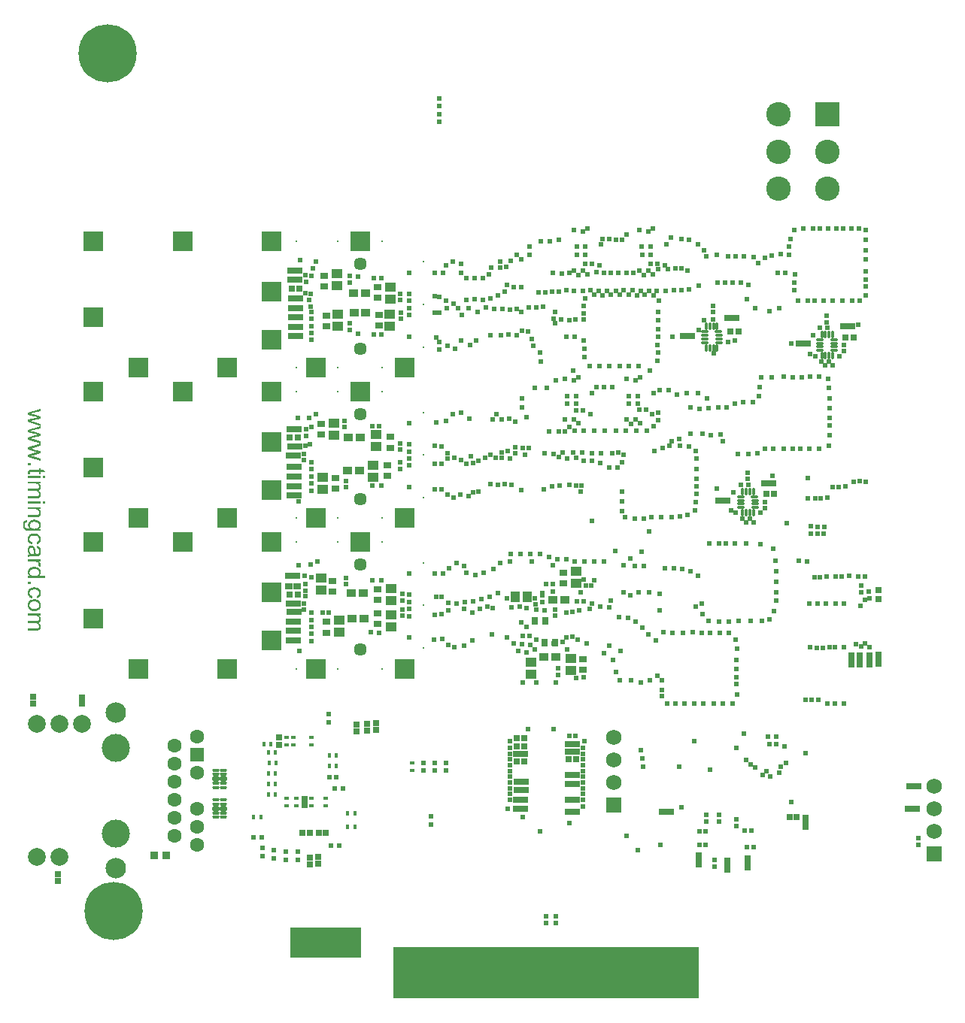
<source format=gbr>
G04*
G04 #@! TF.GenerationSoftware,Altium Limited,Altium Designer,24.2.2 (26)*
G04*
G04 Layer_Color=16711935*
%FSLAX25Y25*%
%MOIN*%
G70*
G04*
G04 #@! TF.SameCoordinates,83FD6BF8-7FB9-4712-9294-79CC625926FD*
G04*
G04*
G04 #@! TF.FilePolarity,Negative*
G04*
G01*
G75*
%ADD31R,0.02648X0.02816*%
%ADD32R,0.02288X0.02016*%
%ADD56R,0.02016X0.02288*%
%ADD77R,0.02953X0.03543*%
%ADD78R,0.01575X0.01968*%
%ADD94R,0.31496X0.13583*%
%ADD95R,1.35433X0.23032*%
%ADD102R,0.03162X0.03359*%
%ADD103R,0.03359X0.03162*%
%ADD112R,0.06312X0.06312*%
G04:AMPARAMS|DCode=114|XSize=15.87mil|YSize=31.62mil|CornerRadius=5.97mil|HoleSize=0mil|Usage=FLASHONLY|Rotation=0.000|XOffset=0mil|YOffset=0mil|HoleType=Round|Shape=RoundedRectangle|*
%AMROUNDEDRECTD114*
21,1,0.01587,0.01968,0,0,0.0*
21,1,0.00394,0.03162,0,0,0.0*
1,1,0.01194,0.00197,-0.00984*
1,1,0.01194,-0.00197,-0.00984*
1,1,0.01194,-0.00197,0.00984*
1,1,0.01194,0.00197,0.00984*
%
%ADD114ROUNDEDRECTD114*%
G04:AMPARAMS|DCode=115|XSize=15.87mil|YSize=31.62mil|CornerRadius=5.97mil|HoleSize=0mil|Usage=FLASHONLY|Rotation=90.000|XOffset=0mil|YOffset=0mil|HoleType=Round|Shape=RoundedRectangle|*
%AMROUNDEDRECTD115*
21,1,0.01587,0.01968,0,0,90.0*
21,1,0.00394,0.03162,0,0,90.0*
1,1,0.01194,0.00984,0.00197*
1,1,0.01194,0.00984,-0.00197*
1,1,0.01194,-0.00984,-0.00197*
1,1,0.01194,-0.00984,0.00197*
%
%ADD115ROUNDEDRECTD115*%
G04:AMPARAMS|DCode=116|XSize=15.87mil|YSize=35.56mil|CornerRadius=5.97mil|HoleSize=0mil|Usage=FLASHONLY|Rotation=90.000|XOffset=0mil|YOffset=0mil|HoleType=Round|Shape=RoundedRectangle|*
%AMROUNDEDRECTD116*
21,1,0.01587,0.02362,0,0,90.0*
21,1,0.00394,0.03556,0,0,90.0*
1,1,0.01194,0.01181,0.00197*
1,1,0.01194,0.01181,-0.00197*
1,1,0.01194,-0.01181,-0.00197*
1,1,0.01194,-0.01181,0.00197*
%
%ADD116ROUNDEDRECTD116*%
%ADD117R,0.02965X0.02965*%
%ADD118R,0.03600X0.17300*%
%ADD120R,0.02965X0.02769*%
%ADD121R,0.02769X0.02965*%
%ADD123R,0.02965X0.02965*%
%ADD130R,0.03600X0.13400*%
%ADD131R,0.06902X0.06902*%
%ADD132C,0.06902*%
%ADD133C,0.05721*%
%ADD134R,0.08674X0.08674*%
%ADD135C,0.00800*%
%ADD136C,0.12414*%
%ADD137C,0.07887*%
%ADD138C,0.09068*%
%ADD139C,0.06312*%
%ADD140C,0.25800*%
%ADD141R,0.10827X0.10827*%
%ADD142C,0.10827*%
%ADD143C,0.02400*%
%ADD167R,0.03543X0.02953*%
%ADD169R,0.04355X0.03773*%
%ADD172R,0.02237X0.02254*%
%ADD173R,0.03347X0.03543*%
%ADD176R,0.02254X0.02237*%
%ADD177R,0.01968X0.01575*%
%ADD178R,0.01843X0.01860*%
%ADD179R,0.04737X0.04343*%
%ADD180R,0.04343X0.04737*%
%ADD181R,0.02572X0.02572*%
G04:AMPARAMS|DCode=182|XSize=15.87mil|YSize=30.24mil|CornerRadius=5.97mil|HoleSize=0mil|Usage=FLASHONLY|Rotation=270.000|XOffset=0mil|YOffset=0mil|HoleType=Round|Shape=RoundedRectangle|*
%AMROUNDEDRECTD182*
21,1,0.01587,0.01831,0,0,270.0*
21,1,0.00394,0.03024,0,0,270.0*
1,1,0.01194,-0.00915,-0.00197*
1,1,0.01194,-0.00915,0.00197*
1,1,0.01194,0.00915,0.00197*
1,1,0.01194,0.00915,-0.00197*
%
%ADD182ROUNDEDRECTD182*%
G04:AMPARAMS|DCode=183|XSize=23.75mil|YSize=30.24mil|CornerRadius=5.97mil|HoleSize=0mil|Usage=FLASHONLY|Rotation=270.000|XOffset=0mil|YOffset=0mil|HoleType=Round|Shape=RoundedRectangle|*
%AMROUNDEDRECTD183*
21,1,0.02375,0.01831,0,0,270.0*
21,1,0.01181,0.03024,0,0,270.0*
1,1,0.01194,-0.00915,-0.00591*
1,1,0.01194,-0.00915,0.00591*
1,1,0.01194,0.00915,0.00591*
1,1,0.01194,0.00915,-0.00591*
%
%ADD183ROUNDEDRECTD183*%
G36*
X-7915Y-154926D02*
X-11137Y-155815D01*
X-12337Y-156126D01*
X-12326D01*
X-12304Y-156137D01*
X-12248Y-156148D01*
X-12215Y-156159D01*
X-12160Y-156170D01*
X-12093Y-156181D01*
X-12015Y-156203D01*
X-11926Y-156226D01*
X-11815Y-156259D01*
X-11693Y-156292D01*
X-11548Y-156326D01*
X-11382Y-156370D01*
X-11193Y-156414D01*
X-7915Y-157303D01*
Y-158270D01*
X-11160Y-159103D01*
X-12226Y-159381D01*
X-11148Y-159703D01*
X-7915Y-160659D01*
Y-161581D01*
X-13493Y-159825D01*
Y-158859D01*
X-10160Y-157970D01*
X-9204Y-157748D01*
X-13493Y-156626D01*
Y-155626D01*
X-7915Y-153937D01*
Y-154926D01*
D02*
G37*
G36*
Y-162681D02*
X-11137Y-163569D01*
X-12337Y-163880D01*
X-12326D01*
X-12304Y-163892D01*
X-12248Y-163903D01*
X-12215Y-163914D01*
X-12160Y-163925D01*
X-12093Y-163936D01*
X-12015Y-163958D01*
X-11926Y-163980D01*
X-11815Y-164014D01*
X-11693Y-164047D01*
X-11548Y-164080D01*
X-11382Y-164125D01*
X-11193Y-164169D01*
X-7915Y-165058D01*
Y-166025D01*
X-11160Y-166858D01*
X-12226Y-167136D01*
X-11148Y-167458D01*
X-7915Y-168413D01*
Y-169335D01*
X-13493Y-167580D01*
Y-166613D01*
X-10160Y-165725D01*
X-9204Y-165503D01*
X-13493Y-164380D01*
Y-163381D01*
X-7915Y-161692D01*
Y-162681D01*
D02*
G37*
G36*
Y-170435D02*
X-11137Y-171324D01*
X-12337Y-171635D01*
X-12326D01*
X-12304Y-171646D01*
X-12248Y-171657D01*
X-12215Y-171669D01*
X-12160Y-171680D01*
X-12093Y-171691D01*
X-12015Y-171713D01*
X-11926Y-171735D01*
X-11815Y-171769D01*
X-11693Y-171802D01*
X-11548Y-171835D01*
X-11382Y-171880D01*
X-11193Y-171924D01*
X-7915Y-172813D01*
Y-173779D01*
X-11160Y-174613D01*
X-12226Y-174890D01*
X-11148Y-175213D01*
X-7915Y-176168D01*
Y-177090D01*
X-13493Y-175335D01*
Y-174368D01*
X-10160Y-173479D01*
X-9204Y-173257D01*
X-13493Y-172135D01*
Y-171135D01*
X-7915Y-169447D01*
Y-170435D01*
D02*
G37*
G36*
X-12415Y-179235D02*
X-13493D01*
Y-178157D01*
X-12415D01*
Y-179235D01*
D02*
G37*
G36*
X-7915Y-181034D02*
X-6538D01*
X-5971Y-181979D01*
X-7915D01*
Y-182934D01*
X-8649D01*
Y-181979D01*
X-11926D01*
X-11948D01*
X-11993D01*
X-12060D01*
X-12137Y-181990D01*
X-12315Y-182001D01*
X-12393Y-182012D01*
X-12448Y-182023D01*
X-12471Y-182034D01*
X-12515Y-182068D01*
X-12571Y-182112D01*
X-12626Y-182190D01*
X-12637Y-182212D01*
X-12659Y-182267D01*
X-12682Y-182368D01*
X-12693Y-182512D01*
Y-182623D01*
X-12682Y-182679D01*
Y-182756D01*
X-12671Y-182845D01*
X-12659Y-182934D01*
X-13493Y-183056D01*
Y-183034D01*
X-13504Y-182990D01*
X-13515Y-182912D01*
X-13526Y-182812D01*
X-13548Y-182701D01*
X-13559Y-182579D01*
X-13570Y-182334D01*
Y-182245D01*
X-13559Y-182156D01*
X-13548Y-182045D01*
X-13537Y-181912D01*
X-13504Y-181779D01*
X-13471Y-181656D01*
X-13415Y-181534D01*
X-13404Y-181523D01*
X-13382Y-181490D01*
X-13348Y-181445D01*
X-13293Y-181379D01*
X-13237Y-181323D01*
X-13159Y-181256D01*
X-13082Y-181190D01*
X-12982Y-181145D01*
X-12970D01*
X-12926Y-181123D01*
X-12848Y-181112D01*
X-12737Y-181090D01*
X-12593Y-181068D01*
X-12504Y-181056D01*
X-12404D01*
X-12282Y-181045D01*
X-12160Y-181034D01*
X-12026D01*
X-11871D01*
X-8649D01*
Y-180334D01*
X-7915D01*
Y-181034D01*
D02*
G37*
G36*
X-5805Y-184812D02*
X-6882D01*
Y-183867D01*
X-5805D01*
Y-184812D01*
D02*
G37*
G36*
X-7915D02*
X-13493D01*
Y-183867D01*
X-7915D01*
Y-184812D01*
D02*
G37*
G36*
Y-187089D02*
X-8715D01*
X-8693Y-187100D01*
X-8649Y-187134D01*
X-8571Y-187200D01*
X-8482Y-187278D01*
X-8371Y-187378D01*
X-8260Y-187500D01*
X-8149Y-187634D01*
X-8049Y-187789D01*
X-8038Y-187811D01*
X-8004Y-187867D01*
X-7971Y-187956D01*
X-7915Y-188078D01*
X-7871Y-188223D01*
X-7838Y-188389D01*
X-7804Y-188578D01*
X-7793Y-188778D01*
Y-188878D01*
X-7804Y-189000D01*
X-7827Y-189134D01*
X-7860Y-189300D01*
X-7904Y-189467D01*
X-7971Y-189633D01*
X-8060Y-189789D01*
X-8071Y-189811D01*
X-8104Y-189856D01*
X-8160Y-189922D01*
X-8249Y-190011D01*
X-8349Y-190100D01*
X-8471Y-190200D01*
X-8615Y-190289D01*
X-8782Y-190356D01*
X-8771Y-190367D01*
X-8738Y-190389D01*
X-8693Y-190422D01*
X-8626Y-190478D01*
X-8549Y-190544D01*
X-8471Y-190622D01*
X-8382Y-190711D01*
X-8282Y-190822D01*
X-8193Y-190944D01*
X-8104Y-191067D01*
X-8027Y-191211D01*
X-7949Y-191367D01*
X-7882Y-191533D01*
X-7838Y-191711D01*
X-7804Y-191889D01*
X-7793Y-192089D01*
Y-192166D01*
X-7804Y-192222D01*
Y-192300D01*
X-7816Y-192378D01*
X-7849Y-192567D01*
X-7904Y-192766D01*
X-7993Y-192977D01*
X-8104Y-193189D01*
X-8260Y-193366D01*
X-8282Y-193389D01*
X-8349Y-193433D01*
X-8449Y-193511D01*
X-8527Y-193544D01*
X-8604Y-193589D01*
X-8704Y-193633D01*
X-8804Y-193666D01*
X-8915Y-193711D01*
X-9049Y-193744D01*
X-9182Y-193766D01*
X-9338Y-193789D01*
X-9493Y-193811D01*
X-9671D01*
X-13493D01*
Y-192866D01*
X-9993D01*
X-9982D01*
X-9971D01*
X-9904D01*
X-9804D01*
X-9682Y-192855D01*
X-9549Y-192844D01*
X-9415Y-192833D01*
X-9282Y-192811D01*
X-9182Y-192778D01*
X-9171D01*
X-9138Y-192755D01*
X-9093Y-192733D01*
X-9038Y-192700D01*
X-8971Y-192655D01*
X-8904Y-192600D01*
X-8838Y-192533D01*
X-8771Y-192444D01*
X-8760Y-192433D01*
X-8749Y-192400D01*
X-8726Y-192355D01*
X-8693Y-192278D01*
X-8660Y-192200D01*
X-8638Y-192100D01*
X-8626Y-192000D01*
X-8615Y-191878D01*
Y-191822D01*
X-8626Y-191778D01*
X-8638Y-191667D01*
X-8660Y-191533D01*
X-8715Y-191378D01*
X-8782Y-191211D01*
X-8882Y-191044D01*
X-9015Y-190889D01*
X-9038Y-190878D01*
X-9093Y-190833D01*
X-9182Y-190767D01*
X-9315Y-190700D01*
X-9493Y-190622D01*
X-9704Y-190567D01*
X-9960Y-190522D01*
X-10260Y-190500D01*
X-13493D01*
Y-189556D01*
X-9882D01*
X-9871D01*
X-9849D01*
X-9826D01*
X-9782D01*
X-9660Y-189545D01*
X-9526Y-189522D01*
X-9371Y-189500D01*
X-9215Y-189456D01*
X-9071Y-189400D01*
X-8938Y-189322D01*
X-8926Y-189311D01*
X-8882Y-189278D01*
X-8838Y-189222D01*
X-8771Y-189145D01*
X-8715Y-189045D01*
X-8660Y-188911D01*
X-8626Y-188756D01*
X-8615Y-188567D01*
Y-188500D01*
X-8626Y-188422D01*
X-8638Y-188334D01*
X-8671Y-188223D01*
X-8704Y-188089D01*
X-8760Y-187967D01*
X-8827Y-187834D01*
X-8838Y-187822D01*
X-8871Y-187778D01*
X-8915Y-187723D01*
X-8982Y-187645D01*
X-9071Y-187567D01*
X-9182Y-187489D01*
X-9304Y-187411D01*
X-9449Y-187345D01*
X-9471Y-187334D01*
X-9526Y-187323D01*
X-9615Y-187300D01*
X-9737Y-187267D01*
X-9904Y-187234D01*
X-10104Y-187211D01*
X-10337Y-187200D01*
X-10604Y-187189D01*
X-13493D01*
Y-186245D01*
X-7915D01*
Y-187089D01*
D02*
G37*
G36*
X-5805Y-196155D02*
X-6882D01*
Y-195211D01*
X-5805D01*
Y-196155D01*
D02*
G37*
G36*
X-7915D02*
X-13493D01*
Y-195211D01*
X-7915D01*
Y-196155D01*
D02*
G37*
G36*
Y-198444D02*
X-8715D01*
X-8704Y-198455D01*
X-8671Y-198477D01*
X-8626Y-198510D01*
X-8571Y-198555D01*
X-8504Y-198621D01*
X-8427Y-198699D01*
X-8338Y-198788D01*
X-8249Y-198899D01*
X-8171Y-199010D01*
X-8082Y-199144D01*
X-8004Y-199288D01*
X-7938Y-199444D01*
X-7882Y-199621D01*
X-7838Y-199799D01*
X-7804Y-199999D01*
X-7793Y-200210D01*
Y-200299D01*
X-7804Y-200388D01*
X-7816Y-200510D01*
X-7838Y-200655D01*
X-7871Y-200810D01*
X-7915Y-200977D01*
X-7982Y-201132D01*
X-7993Y-201154D01*
X-8016Y-201199D01*
X-8049Y-201277D01*
X-8104Y-201366D01*
X-8171Y-201477D01*
X-8260Y-201577D01*
X-8349Y-201677D01*
X-8460Y-201766D01*
X-8471Y-201777D01*
X-8515Y-201799D01*
X-8571Y-201832D01*
X-8649Y-201888D01*
X-8760Y-201932D01*
X-8871Y-201977D01*
X-9004Y-202032D01*
X-9149Y-202065D01*
X-9160D01*
X-9204Y-202077D01*
X-9271Y-202088D01*
X-9360Y-202099D01*
X-9493D01*
X-9649Y-202110D01*
X-9838Y-202121D01*
X-10071D01*
X-13493D01*
Y-201177D01*
X-10115D01*
X-10104D01*
X-10093D01*
X-10015D01*
X-9915D01*
X-9793Y-201166D01*
X-9649Y-201154D01*
X-9504Y-201132D01*
X-9371Y-201099D01*
X-9249Y-201066D01*
X-9238D01*
X-9204Y-201043D01*
X-9149Y-201010D01*
X-9082Y-200977D01*
X-9015Y-200921D01*
X-8938Y-200854D01*
X-8860Y-200766D01*
X-8793Y-200666D01*
X-8782Y-200655D01*
X-8760Y-200621D01*
X-8738Y-200555D01*
X-8704Y-200477D01*
X-8671Y-200388D01*
X-8638Y-200277D01*
X-8626Y-200144D01*
X-8615Y-200010D01*
Y-199955D01*
X-8626Y-199910D01*
X-8638Y-199799D01*
X-8660Y-199655D01*
X-8715Y-199499D01*
X-8782Y-199321D01*
X-8871Y-199144D01*
X-9004Y-198977D01*
X-9026Y-198955D01*
X-9082Y-198910D01*
X-9127Y-198877D01*
X-9182Y-198844D01*
X-9249Y-198799D01*
X-9326Y-198766D01*
X-9415Y-198721D01*
X-9526Y-198677D01*
X-9649Y-198644D01*
X-9782Y-198610D01*
X-9926Y-198588D01*
X-10082Y-198566D01*
X-10271Y-198544D01*
X-10460D01*
X-13493D01*
Y-197599D01*
X-7915D01*
Y-198444D01*
D02*
G37*
G36*
X-10471Y-203221D02*
X-10393D01*
X-10193Y-203243D01*
X-9971Y-203276D01*
X-9726Y-203332D01*
X-9471Y-203399D01*
X-9215Y-203499D01*
X-9204D01*
X-9182Y-203510D01*
X-9149Y-203532D01*
X-9104Y-203554D01*
X-8982Y-203621D01*
X-8827Y-203710D01*
X-8660Y-203832D01*
X-8493Y-203976D01*
X-8315Y-204143D01*
X-8171Y-204332D01*
Y-204343D01*
X-8160Y-204354D01*
X-8138Y-204387D01*
X-8115Y-204432D01*
X-8049Y-204543D01*
X-7982Y-204699D01*
X-7915Y-204888D01*
X-7849Y-205110D01*
X-7804Y-205354D01*
X-7793Y-205621D01*
Y-205721D01*
X-7804Y-205787D01*
X-7816Y-205865D01*
X-7838Y-205965D01*
X-7860Y-206076D01*
X-7893Y-206198D01*
X-7938Y-206321D01*
X-7993Y-206454D01*
X-8060Y-206587D01*
X-8138Y-206732D01*
X-8227Y-206865D01*
X-8338Y-206998D01*
X-8460Y-207132D01*
X-8604Y-207254D01*
X-7915D01*
Y-208120D01*
X-12737D01*
X-12748D01*
X-12793D01*
X-12859D01*
X-12948D01*
X-13048Y-208109D01*
X-13171D01*
X-13304Y-208098D01*
X-13448Y-208087D01*
X-13748Y-208054D01*
X-14059Y-208009D01*
X-14204Y-207976D01*
X-14337Y-207943D01*
X-14459Y-207898D01*
X-14570Y-207854D01*
X-14581D01*
X-14593Y-207843D01*
X-14659Y-207798D01*
X-14759Y-207743D01*
X-14881Y-207654D01*
X-15015Y-207532D01*
X-15159Y-207387D01*
X-15304Y-207209D01*
X-15426Y-207010D01*
Y-206998D01*
X-15437Y-206987D01*
X-15459Y-206954D01*
X-15470Y-206909D01*
X-15504Y-206854D01*
X-15526Y-206787D01*
X-15581Y-206621D01*
X-15648Y-206421D01*
X-15692Y-206176D01*
X-15737Y-205898D01*
X-15748Y-205598D01*
Y-205499D01*
X-15737Y-205432D01*
Y-205343D01*
X-15726Y-205254D01*
X-15715Y-205143D01*
X-15692Y-205021D01*
X-15637Y-204765D01*
X-15559Y-204499D01*
X-15448Y-204232D01*
X-15292Y-203988D01*
X-15281Y-203976D01*
X-15270Y-203965D01*
X-15204Y-203888D01*
X-15104Y-203799D01*
X-14959Y-203688D01*
X-14770Y-203576D01*
X-14537Y-203477D01*
X-14404Y-203443D01*
X-14259Y-203421D01*
X-14115Y-203399D01*
X-13948D01*
X-14070Y-204321D01*
X-14093D01*
X-14137Y-204332D01*
X-14215Y-204354D01*
X-14315Y-204376D01*
X-14415Y-204421D01*
X-14515Y-204476D01*
X-14615Y-204543D01*
X-14693Y-204632D01*
X-14704Y-204654D01*
X-14737Y-204699D01*
X-14782Y-204776D01*
X-14826Y-204888D01*
X-14881Y-205021D01*
X-14926Y-205187D01*
X-14959Y-205387D01*
X-14970Y-205598D01*
Y-205710D01*
X-14959Y-205821D01*
X-14937Y-205976D01*
X-14904Y-206132D01*
X-14859Y-206298D01*
X-14793Y-206465D01*
X-14704Y-206610D01*
X-14693Y-206621D01*
X-14659Y-206665D01*
X-14593Y-206732D01*
X-14515Y-206809D01*
X-14404Y-206887D01*
X-14281Y-206965D01*
X-14137Y-207043D01*
X-13970Y-207098D01*
X-13959D01*
X-13915Y-207109D01*
X-13826Y-207121D01*
X-13715Y-207132D01*
X-13637Y-207143D01*
X-13548D01*
X-13448Y-207154D01*
X-13337D01*
X-13215D01*
X-13070Y-207165D01*
X-12926D01*
X-12759D01*
X-12770Y-207154D01*
X-12793Y-207132D01*
X-12826Y-207098D01*
X-12870Y-207054D01*
X-12926Y-206998D01*
X-12993Y-206921D01*
X-13059Y-206832D01*
X-13126Y-206743D01*
X-13259Y-206509D01*
X-13382Y-206254D01*
X-13426Y-206110D01*
X-13459Y-205954D01*
X-13482Y-205787D01*
X-13493Y-205621D01*
Y-205565D01*
X-13482Y-205510D01*
Y-205432D01*
X-13471Y-205332D01*
X-13448Y-205221D01*
X-13426Y-205099D01*
X-13393Y-204965D01*
X-13348Y-204821D01*
X-13293Y-204676D01*
X-13226Y-204532D01*
X-13148Y-204376D01*
X-13048Y-204232D01*
X-12937Y-204087D01*
X-12815Y-203954D01*
X-12671Y-203832D01*
X-12659Y-203821D01*
X-12637Y-203810D01*
X-12582Y-203777D01*
X-12526Y-203732D01*
X-12437Y-203688D01*
X-12348Y-203632D01*
X-12237Y-203576D01*
X-12104Y-203521D01*
X-11971Y-203465D01*
X-11815Y-203410D01*
X-11660Y-203354D01*
X-11482Y-203310D01*
X-11104Y-203232D01*
X-10893Y-203221D01*
X-10682Y-203210D01*
X-10671D01*
X-10649D01*
X-10604D01*
X-10548D01*
X-10471Y-203221D01*
D02*
G37*
G36*
X-10493Y-209287D02*
X-10404D01*
X-10304Y-209298D01*
X-10193Y-209309D01*
X-9949Y-209343D01*
X-9682Y-209398D01*
X-9415Y-209465D01*
X-9149Y-209565D01*
X-9138D01*
X-9115Y-209576D01*
X-9082Y-209598D01*
X-9038Y-209620D01*
X-8915Y-209687D01*
X-8771Y-209787D01*
X-8604Y-209920D01*
X-8438Y-210076D01*
X-8271Y-210265D01*
X-8138Y-210476D01*
Y-210487D01*
X-8127Y-210509D01*
X-8104Y-210542D01*
X-8082Y-210587D01*
X-8060Y-210642D01*
X-8027Y-210709D01*
X-7960Y-210876D01*
X-7904Y-211065D01*
X-7849Y-211298D01*
X-7804Y-211542D01*
X-7793Y-211809D01*
Y-211898D01*
X-7804Y-211965D01*
Y-212031D01*
X-7816Y-212120D01*
X-7849Y-212331D01*
X-7904Y-212564D01*
X-7993Y-212809D01*
X-8104Y-213053D01*
X-8260Y-213287D01*
Y-213298D01*
X-8282Y-213309D01*
X-8349Y-213375D01*
X-8449Y-213475D01*
X-8593Y-213598D01*
X-8771Y-213720D01*
X-8993Y-213842D01*
X-9249Y-213953D01*
X-9549Y-214031D01*
X-9693Y-213109D01*
X-9682D01*
X-9671Y-213098D01*
X-9604Y-213087D01*
X-9504Y-213053D01*
X-9382Y-212998D01*
X-9249Y-212942D01*
X-9104Y-212853D01*
X-8971Y-212753D01*
X-8860Y-212642D01*
X-8849Y-212631D01*
X-8815Y-212587D01*
X-8771Y-212509D01*
X-8715Y-212420D01*
X-8660Y-212298D01*
X-8615Y-212164D01*
X-8582Y-212009D01*
X-8571Y-211842D01*
Y-211776D01*
X-8582Y-211720D01*
X-8593Y-211598D01*
X-8638Y-211431D01*
X-8693Y-211253D01*
X-8782Y-211053D01*
X-8915Y-210865D01*
X-8993Y-210776D01*
X-9082Y-210687D01*
X-9093D01*
X-9104Y-210665D01*
X-9138Y-210642D01*
X-9182Y-210620D01*
X-9238Y-210587D01*
X-9304Y-210542D01*
X-9382Y-210509D01*
X-9471Y-210465D01*
X-9582Y-210420D01*
X-9704Y-210387D01*
X-9838Y-210343D01*
X-9982Y-210309D01*
X-10137Y-210287D01*
X-10315Y-210265D01*
X-10504Y-210243D01*
X-10704D01*
X-10715D01*
X-10748D01*
X-10815D01*
X-10882Y-210254D01*
X-10982D01*
X-11082Y-210265D01*
X-11326Y-210298D01*
X-11593Y-210343D01*
X-11871Y-210420D01*
X-12115Y-210520D01*
X-12237Y-210587D01*
X-12337Y-210665D01*
X-12359Y-210687D01*
X-12415Y-210742D01*
X-12493Y-210842D01*
X-12582Y-210965D01*
X-12682Y-211131D01*
X-12759Y-211320D01*
X-12815Y-211542D01*
X-12826Y-211665D01*
X-12837Y-211787D01*
Y-211809D01*
X-12826Y-211876D01*
X-12815Y-211987D01*
X-12793Y-212109D01*
X-12759Y-212253D01*
X-12693Y-212409D01*
X-12615Y-212564D01*
X-12504Y-212709D01*
X-12493Y-212731D01*
X-12437Y-212764D01*
X-12359Y-212831D01*
X-12237Y-212909D01*
X-12093Y-212987D01*
X-11915Y-213075D01*
X-11693Y-213142D01*
X-11448Y-213187D01*
X-11571Y-214120D01*
X-11582D01*
X-11615Y-214109D01*
X-11660Y-214098D01*
X-11726Y-214087D01*
X-11815Y-214064D01*
X-11904Y-214042D01*
X-12126Y-213964D01*
X-12359Y-213864D01*
X-12615Y-213720D01*
X-12859Y-213542D01*
X-12970Y-213442D01*
X-13082Y-213331D01*
X-13093Y-213320D01*
X-13104Y-213298D01*
X-13126Y-213264D01*
X-13159Y-213220D01*
X-13204Y-213164D01*
X-13248Y-213087D01*
X-13293Y-212998D01*
X-13348Y-212909D01*
X-13448Y-212687D01*
X-13526Y-212420D01*
X-13593Y-212131D01*
X-13604Y-211965D01*
X-13615Y-211798D01*
Y-211687D01*
X-13604Y-211609D01*
X-13593Y-211509D01*
X-13570Y-211398D01*
X-13548Y-211276D01*
X-13526Y-211142D01*
X-13437Y-210842D01*
X-13371Y-210698D01*
X-13304Y-210542D01*
X-13215Y-210387D01*
X-13115Y-210243D01*
X-13004Y-210098D01*
X-12870Y-209965D01*
X-12859Y-209954D01*
X-12837Y-209931D01*
X-12793Y-209898D01*
X-12737Y-209854D01*
X-12659Y-209809D01*
X-12559Y-209742D01*
X-12448Y-209687D01*
X-12326Y-209620D01*
X-12182Y-209554D01*
X-12015Y-209498D01*
X-11848Y-209431D01*
X-11648Y-209387D01*
X-11448Y-209343D01*
X-11215Y-209309D01*
X-10982Y-209287D01*
X-10726Y-209276D01*
X-10715D01*
X-10682D01*
X-10637D01*
X-10571D01*
X-10493Y-209287D01*
D02*
G37*
G36*
X-11882Y-214620D02*
X-11782Y-214631D01*
X-11660Y-214653D01*
X-11537Y-214686D01*
X-11404Y-214731D01*
X-11282Y-214787D01*
X-11271Y-214798D01*
X-11226Y-214820D01*
X-11160Y-214864D01*
X-11082Y-214920D01*
X-10993Y-214986D01*
X-10904Y-215075D01*
X-10815Y-215164D01*
X-10737Y-215275D01*
X-10726Y-215286D01*
X-10704Y-215331D01*
X-10660Y-215386D01*
X-10615Y-215475D01*
X-10571Y-215575D01*
X-10515Y-215698D01*
X-10471Y-215820D01*
X-10426Y-215964D01*
Y-215975D01*
X-10415Y-216020D01*
X-10393Y-216086D01*
X-10382Y-216175D01*
X-10360Y-216286D01*
X-10337Y-216431D01*
X-10304Y-216597D01*
X-10282Y-216797D01*
Y-216809D01*
X-10271Y-216853D01*
Y-216909D01*
X-10260Y-216986D01*
X-10249Y-217075D01*
X-10226Y-217186D01*
X-10215Y-217308D01*
X-10193Y-217442D01*
X-10137Y-217708D01*
X-10082Y-217997D01*
X-10015Y-218253D01*
X-9982Y-218375D01*
X-9949Y-218486D01*
X-9938D01*
X-9915D01*
X-9849Y-218497D01*
X-9771D01*
X-9726D01*
X-9704D01*
X-9693D01*
X-9682D01*
X-9615D01*
X-9504Y-218486D01*
X-9382Y-218464D01*
X-9249Y-218430D01*
X-9115Y-218375D01*
X-8993Y-218308D01*
X-8893Y-218219D01*
X-8882Y-218208D01*
X-8838Y-218153D01*
X-8793Y-218064D01*
X-8726Y-217953D01*
X-8671Y-217797D01*
X-8615Y-217619D01*
X-8582Y-217397D01*
X-8571Y-217142D01*
Y-217031D01*
X-8582Y-216920D01*
X-8604Y-216764D01*
X-8626Y-216609D01*
X-8671Y-216442D01*
X-8726Y-216286D01*
X-8804Y-216153D01*
X-8815Y-216142D01*
X-8849Y-216097D01*
X-8904Y-216042D01*
X-8993Y-215975D01*
X-9104Y-215909D01*
X-9249Y-215831D01*
X-9426Y-215764D01*
X-9626Y-215698D01*
X-9504Y-214775D01*
X-9493D01*
X-9482Y-214787D01*
X-9449D01*
X-9404Y-214798D01*
X-9304Y-214831D01*
X-9160Y-214875D01*
X-9015Y-214931D01*
X-8860Y-214998D01*
X-8704Y-215086D01*
X-8560Y-215186D01*
X-8549Y-215197D01*
X-8504Y-215242D01*
X-8438Y-215309D01*
X-8349Y-215398D01*
X-8260Y-215520D01*
X-8171Y-215664D01*
X-8071Y-215831D01*
X-7993Y-216020D01*
Y-216031D01*
X-7982Y-216042D01*
X-7971Y-216075D01*
X-7960Y-216120D01*
X-7927Y-216231D01*
X-7893Y-216386D01*
X-7860Y-216564D01*
X-7827Y-216786D01*
X-7804Y-217020D01*
X-7793Y-217286D01*
Y-217408D01*
X-7804Y-217531D01*
X-7816Y-217697D01*
X-7838Y-217886D01*
X-7871Y-218075D01*
X-7915Y-218264D01*
X-7971Y-218442D01*
X-7982Y-218464D01*
X-8004Y-218519D01*
X-8038Y-218597D01*
X-8082Y-218697D01*
X-8149Y-218808D01*
X-8215Y-218919D01*
X-8304Y-219019D01*
X-8393Y-219108D01*
X-8404Y-219119D01*
X-8438Y-219142D01*
X-8493Y-219175D01*
X-8560Y-219219D01*
X-8660Y-219275D01*
X-8760Y-219319D01*
X-8882Y-219364D01*
X-9026Y-219397D01*
X-9038D01*
X-9071Y-219408D01*
X-9138Y-219419D01*
X-9226Y-219430D01*
X-9349D01*
X-9493Y-219442D01*
X-9682Y-219453D01*
X-9893D01*
X-11160D01*
X-11171D01*
X-11215D01*
X-11282D01*
X-11371D01*
X-11471D01*
X-11593D01*
X-11859Y-219464D01*
X-12137D01*
X-12415Y-219475D01*
X-12537Y-219486D01*
X-12648D01*
X-12748Y-219497D01*
X-12826Y-219508D01*
X-12837D01*
X-12882Y-219519D01*
X-12948Y-219530D01*
X-13037Y-219564D01*
X-13137Y-219586D01*
X-13248Y-219630D01*
X-13371Y-219686D01*
X-13493Y-219742D01*
Y-218753D01*
X-13482Y-218742D01*
X-13437Y-218730D01*
X-13382Y-218708D01*
X-13293Y-218675D01*
X-13193Y-218642D01*
X-13070Y-218619D01*
X-12937Y-218597D01*
X-12793Y-218575D01*
Y-218564D01*
X-12815Y-218553D01*
X-12870Y-218486D01*
X-12948Y-218386D01*
X-13048Y-218253D01*
X-13148Y-218086D01*
X-13259Y-217919D01*
X-13359Y-217742D01*
X-13437Y-217553D01*
X-13448Y-217531D01*
X-13459Y-217464D01*
X-13493Y-217364D01*
X-13526Y-217242D01*
X-13559Y-217086D01*
X-13582Y-216909D01*
X-13604Y-216708D01*
X-13615Y-216509D01*
Y-216420D01*
X-13604Y-216353D01*
Y-216275D01*
X-13593Y-216186D01*
X-13559Y-215986D01*
X-13504Y-215764D01*
X-13426Y-215520D01*
X-13315Y-215298D01*
X-13171Y-215098D01*
X-13148Y-215075D01*
X-13093Y-215020D01*
X-12993Y-214942D01*
X-12859Y-214853D01*
X-12693Y-214764D01*
X-12504Y-214686D01*
X-12271Y-214631D01*
X-12160Y-214620D01*
X-12026Y-214609D01*
X-12004D01*
X-11959D01*
X-11882Y-214620D01*
D02*
G37*
G36*
X-7915Y-221752D02*
X-8760D01*
X-8749Y-221763D01*
X-8671Y-221808D01*
X-8571Y-221864D01*
X-8449Y-221952D01*
X-8326Y-222041D01*
X-8193Y-222141D01*
X-8082Y-222241D01*
X-7993Y-222341D01*
X-7982Y-222352D01*
X-7960Y-222386D01*
X-7927Y-222452D01*
X-7893Y-222519D01*
X-7860Y-222608D01*
X-7827Y-222719D01*
X-7804Y-222830D01*
X-7793Y-222952D01*
Y-223030D01*
X-7804Y-223130D01*
X-7827Y-223252D01*
X-7871Y-223397D01*
X-7927Y-223552D01*
X-8004Y-223730D01*
X-8104Y-223919D01*
X-8971Y-223574D01*
X-8960Y-223563D01*
X-8938Y-223519D01*
X-8904Y-223452D01*
X-8871Y-223363D01*
X-8838Y-223263D01*
X-8804Y-223141D01*
X-8782Y-223019D01*
X-8771Y-222897D01*
Y-222841D01*
X-8782Y-222786D01*
X-8793Y-222708D01*
X-8815Y-222630D01*
X-8849Y-222530D01*
X-8893Y-222430D01*
X-8960Y-222341D01*
X-8971Y-222330D01*
X-8993Y-222297D01*
X-9038Y-222264D01*
X-9093Y-222208D01*
X-9171Y-222152D01*
X-9260Y-222097D01*
X-9360Y-222041D01*
X-9482Y-221997D01*
X-9504Y-221986D01*
X-9571Y-221975D01*
X-9671Y-221952D01*
X-9804Y-221919D01*
X-9971Y-221886D01*
X-10160Y-221864D01*
X-10360Y-221852D01*
X-10582Y-221841D01*
X-13493D01*
Y-220897D01*
X-7915D01*
Y-221752D01*
D02*
G37*
G36*
X-10504Y-224141D02*
X-10415D01*
X-10215Y-224163D01*
X-9982Y-224197D01*
X-9726Y-224252D01*
X-9460Y-224319D01*
X-9204Y-224408D01*
X-9193D01*
X-9171Y-224419D01*
X-9138Y-224441D01*
X-9093Y-224463D01*
X-8971Y-224530D01*
X-8815Y-224619D01*
X-8649Y-224730D01*
X-8482Y-224874D01*
X-8304Y-225041D01*
X-8160Y-225241D01*
Y-225252D01*
X-8149Y-225263D01*
X-8127Y-225296D01*
X-8104Y-225341D01*
X-8049Y-225452D01*
X-7971Y-225608D01*
X-7904Y-225785D01*
X-7849Y-225996D01*
X-7804Y-226230D01*
X-7793Y-226474D01*
Y-226563D01*
X-7804Y-226652D01*
X-7816Y-226774D01*
X-7849Y-226919D01*
X-7882Y-227074D01*
X-7938Y-227230D01*
X-8016Y-227374D01*
X-8027Y-227396D01*
X-8049Y-227441D01*
X-8104Y-227507D01*
X-8160Y-227596D01*
X-8238Y-227707D01*
X-8338Y-227807D01*
X-8438Y-227919D01*
X-8560Y-228018D01*
X-5805D01*
Y-228963D01*
X-13493D01*
Y-228085D01*
X-12793D01*
X-12804Y-228074D01*
X-12826Y-228063D01*
X-12870Y-228030D01*
X-12926Y-227985D01*
X-12982Y-227930D01*
X-13048Y-227863D01*
X-13126Y-227785D01*
X-13204Y-227685D01*
X-13282Y-227585D01*
X-13359Y-227474D01*
X-13426Y-227341D01*
X-13482Y-227196D01*
X-13537Y-227052D01*
X-13582Y-226885D01*
X-13604Y-226708D01*
X-13615Y-226519D01*
Y-226452D01*
X-13604Y-226408D01*
X-13593Y-226274D01*
X-13570Y-226119D01*
X-13526Y-225930D01*
X-13459Y-225719D01*
X-13371Y-225508D01*
X-13248Y-225296D01*
Y-225285D01*
X-13226Y-225274D01*
X-13182Y-225208D01*
X-13093Y-225108D01*
X-12982Y-224985D01*
X-12837Y-224841D01*
X-12659Y-224697D01*
X-12460Y-224552D01*
X-12226Y-224430D01*
X-12215D01*
X-12193Y-224419D01*
X-12160Y-224408D01*
X-12115Y-224385D01*
X-12048Y-224363D01*
X-11971Y-224330D01*
X-11893Y-224308D01*
X-11793Y-224286D01*
X-11571Y-224230D01*
X-11315Y-224174D01*
X-11026Y-224141D01*
X-10715Y-224130D01*
X-10704D01*
X-10682D01*
X-10637D01*
X-10571D01*
X-10504Y-224141D01*
D02*
G37*
G36*
X-12415Y-231807D02*
X-13493D01*
Y-230729D01*
X-12415D01*
Y-231807D01*
D02*
G37*
G36*
X-10493Y-233185D02*
X-10404D01*
X-10304Y-233196D01*
X-10193Y-233207D01*
X-9949Y-233240D01*
X-9682Y-233296D01*
X-9415Y-233362D01*
X-9149Y-233462D01*
X-9138D01*
X-9115Y-233473D01*
X-9082Y-233496D01*
X-9038Y-233518D01*
X-8915Y-233585D01*
X-8771Y-233685D01*
X-8604Y-233818D01*
X-8438Y-233973D01*
X-8271Y-234162D01*
X-8138Y-234373D01*
Y-234384D01*
X-8127Y-234407D01*
X-8104Y-234440D01*
X-8082Y-234485D01*
X-8060Y-234540D01*
X-8027Y-234607D01*
X-7960Y-234773D01*
X-7904Y-234962D01*
X-7849Y-235195D01*
X-7804Y-235440D01*
X-7793Y-235707D01*
Y-235795D01*
X-7804Y-235862D01*
Y-235929D01*
X-7816Y-236018D01*
X-7849Y-236229D01*
X-7904Y-236462D01*
X-7993Y-236706D01*
X-8104Y-236951D01*
X-8260Y-237184D01*
Y-237195D01*
X-8282Y-237206D01*
X-8349Y-237273D01*
X-8449Y-237373D01*
X-8593Y-237495D01*
X-8771Y-237617D01*
X-8993Y-237740D01*
X-9249Y-237851D01*
X-9549Y-237929D01*
X-9693Y-237006D01*
X-9682D01*
X-9671Y-236995D01*
X-9604Y-236984D01*
X-9504Y-236951D01*
X-9382Y-236895D01*
X-9249Y-236840D01*
X-9104Y-236751D01*
X-8971Y-236651D01*
X-8860Y-236540D01*
X-8849Y-236529D01*
X-8815Y-236484D01*
X-8771Y-236406D01*
X-8715Y-236318D01*
X-8660Y-236195D01*
X-8615Y-236062D01*
X-8582Y-235907D01*
X-8571Y-235740D01*
Y-235673D01*
X-8582Y-235618D01*
X-8593Y-235495D01*
X-8638Y-235329D01*
X-8693Y-235151D01*
X-8782Y-234951D01*
X-8915Y-234762D01*
X-8993Y-234673D01*
X-9082Y-234584D01*
X-9093D01*
X-9104Y-234562D01*
X-9138Y-234540D01*
X-9182Y-234518D01*
X-9238Y-234485D01*
X-9304Y-234440D01*
X-9382Y-234407D01*
X-9471Y-234362D01*
X-9582Y-234318D01*
X-9704Y-234284D01*
X-9838Y-234240D01*
X-9982Y-234207D01*
X-10137Y-234185D01*
X-10315Y-234162D01*
X-10504Y-234140D01*
X-10704D01*
X-10715D01*
X-10748D01*
X-10815D01*
X-10882Y-234151D01*
X-10982D01*
X-11082Y-234162D01*
X-11326Y-234196D01*
X-11593Y-234240D01*
X-11871Y-234318D01*
X-12115Y-234418D01*
X-12237Y-234485D01*
X-12337Y-234562D01*
X-12359Y-234584D01*
X-12415Y-234640D01*
X-12493Y-234740D01*
X-12582Y-234862D01*
X-12682Y-235029D01*
X-12759Y-235218D01*
X-12815Y-235440D01*
X-12826Y-235562D01*
X-12837Y-235684D01*
Y-235707D01*
X-12826Y-235773D01*
X-12815Y-235884D01*
X-12793Y-236007D01*
X-12759Y-236151D01*
X-12693Y-236307D01*
X-12615Y-236462D01*
X-12504Y-236607D01*
X-12493Y-236629D01*
X-12437Y-236662D01*
X-12359Y-236729D01*
X-12237Y-236807D01*
X-12093Y-236884D01*
X-11915Y-236973D01*
X-11693Y-237040D01*
X-11448Y-237084D01*
X-11571Y-238018D01*
X-11582D01*
X-11615Y-238006D01*
X-11660Y-237995D01*
X-11726Y-237984D01*
X-11815Y-237962D01*
X-11904Y-237940D01*
X-12126Y-237862D01*
X-12359Y-237762D01*
X-12615Y-237617D01*
X-12859Y-237440D01*
X-12970Y-237340D01*
X-13082Y-237229D01*
X-13093Y-237218D01*
X-13104Y-237195D01*
X-13126Y-237162D01*
X-13159Y-237118D01*
X-13204Y-237062D01*
X-13248Y-236984D01*
X-13293Y-236895D01*
X-13348Y-236807D01*
X-13448Y-236584D01*
X-13526Y-236318D01*
X-13593Y-236029D01*
X-13604Y-235862D01*
X-13615Y-235696D01*
Y-235584D01*
X-13604Y-235507D01*
X-13593Y-235407D01*
X-13570Y-235296D01*
X-13548Y-235173D01*
X-13526Y-235040D01*
X-13437Y-234740D01*
X-13371Y-234596D01*
X-13304Y-234440D01*
X-13215Y-234284D01*
X-13115Y-234140D01*
X-13004Y-233996D01*
X-12870Y-233862D01*
X-12859Y-233851D01*
X-12837Y-233829D01*
X-12793Y-233796D01*
X-12737Y-233751D01*
X-12659Y-233707D01*
X-12559Y-233640D01*
X-12448Y-233585D01*
X-12326Y-233518D01*
X-12182Y-233451D01*
X-12015Y-233396D01*
X-11848Y-233329D01*
X-11648Y-233285D01*
X-11448Y-233240D01*
X-11215Y-233207D01*
X-10982Y-233185D01*
X-10726Y-233173D01*
X-10715D01*
X-10682D01*
X-10637D01*
X-10571D01*
X-10493Y-233185D01*
D02*
G37*
G36*
X-10560Y-238484D02*
X-10449D01*
X-10326Y-238495D01*
X-10171Y-238517D01*
X-10015Y-238540D01*
X-9838Y-238584D01*
X-9660Y-238629D01*
X-9471Y-238684D01*
X-9271Y-238751D01*
X-9082Y-238840D01*
X-8904Y-238929D01*
X-8726Y-239051D01*
X-8560Y-239173D01*
X-8415Y-239329D01*
X-8404Y-239340D01*
X-8393Y-239362D01*
X-8360Y-239406D01*
X-8315Y-239462D01*
X-8271Y-239528D01*
X-8215Y-239617D01*
X-8160Y-239706D01*
X-8104Y-239817D01*
X-8049Y-239939D01*
X-7993Y-240073D01*
X-7893Y-240373D01*
X-7816Y-240717D01*
X-7804Y-240895D01*
X-7793Y-241084D01*
Y-241195D01*
X-7804Y-241273D01*
X-7816Y-241373D01*
X-7838Y-241484D01*
X-7860Y-241606D01*
X-7882Y-241750D01*
X-7982Y-242050D01*
X-8038Y-242206D01*
X-8115Y-242361D01*
X-8193Y-242517D01*
X-8304Y-242673D01*
X-8415Y-242817D01*
X-8549Y-242961D01*
X-8560Y-242972D01*
X-8582Y-242995D01*
X-8626Y-243028D01*
X-8682Y-243073D01*
X-8760Y-243128D01*
X-8860Y-243195D01*
X-8971Y-243261D01*
X-9093Y-243328D01*
X-9226Y-243395D01*
X-9393Y-243461D01*
X-9560Y-243528D01*
X-9749Y-243584D01*
X-9949Y-243628D01*
X-10160Y-243661D01*
X-10382Y-243684D01*
X-10626Y-243695D01*
X-10637D01*
X-10671D01*
X-10726D01*
X-10804D01*
X-10893Y-243684D01*
X-11004Y-243672D01*
X-11115D01*
X-11237Y-243650D01*
X-11515Y-243617D01*
X-11793Y-243550D01*
X-12071Y-243473D01*
X-12326Y-243361D01*
X-12337D01*
X-12348Y-243350D01*
X-12382Y-243328D01*
X-12426Y-243306D01*
X-12537Y-243228D01*
X-12671Y-243128D01*
X-12826Y-242995D01*
X-12982Y-242828D01*
X-13137Y-242639D01*
X-13282Y-242417D01*
Y-242406D01*
X-13293Y-242395D01*
X-13315Y-242361D01*
X-13337Y-242306D01*
X-13359Y-242250D01*
X-13382Y-242184D01*
X-13448Y-242017D01*
X-13504Y-241828D01*
X-13559Y-241595D01*
X-13604Y-241351D01*
X-13615Y-241084D01*
Y-240973D01*
X-13604Y-240884D01*
X-13593Y-240784D01*
X-13570Y-240673D01*
X-13548Y-240539D01*
X-13526Y-240406D01*
X-13437Y-240106D01*
X-13371Y-239939D01*
X-13304Y-239784D01*
X-13215Y-239628D01*
X-13115Y-239473D01*
X-13004Y-239329D01*
X-12870Y-239184D01*
X-12859Y-239173D01*
X-12837Y-239151D01*
X-12793Y-239117D01*
X-12726Y-239073D01*
X-12648Y-239017D01*
X-12559Y-238962D01*
X-12448Y-238895D01*
X-12315Y-238828D01*
X-12171Y-238762D01*
X-12004Y-238695D01*
X-11826Y-238640D01*
X-11637Y-238584D01*
X-11426Y-238540D01*
X-11204Y-238506D01*
X-10960Y-238484D01*
X-10704Y-238473D01*
X-10682D01*
X-10637D01*
X-10560Y-238484D01*
D02*
G37*
G36*
X-7915Y-245639D02*
X-8715D01*
X-8693Y-245650D01*
X-8649Y-245683D01*
X-8571Y-245750D01*
X-8482Y-245828D01*
X-8371Y-245928D01*
X-8260Y-246050D01*
X-8149Y-246183D01*
X-8049Y-246339D01*
X-8038Y-246361D01*
X-8004Y-246417D01*
X-7971Y-246505D01*
X-7915Y-246628D01*
X-7871Y-246772D01*
X-7838Y-246939D01*
X-7804Y-247128D01*
X-7793Y-247328D01*
Y-247428D01*
X-7804Y-247550D01*
X-7827Y-247683D01*
X-7860Y-247850D01*
X-7904Y-248017D01*
X-7971Y-248183D01*
X-8060Y-248339D01*
X-8071Y-248361D01*
X-8104Y-248405D01*
X-8160Y-248472D01*
X-8249Y-248561D01*
X-8349Y-248650D01*
X-8471Y-248750D01*
X-8615Y-248839D01*
X-8782Y-248905D01*
X-8771Y-248916D01*
X-8738Y-248939D01*
X-8693Y-248972D01*
X-8626Y-249027D01*
X-8549Y-249094D01*
X-8471Y-249172D01*
X-8382Y-249261D01*
X-8282Y-249372D01*
X-8193Y-249494D01*
X-8104Y-249616D01*
X-8027Y-249761D01*
X-7949Y-249916D01*
X-7882Y-250083D01*
X-7838Y-250261D01*
X-7804Y-250438D01*
X-7793Y-250638D01*
Y-250716D01*
X-7804Y-250772D01*
Y-250850D01*
X-7816Y-250927D01*
X-7849Y-251116D01*
X-7904Y-251316D01*
X-7993Y-251527D01*
X-8104Y-251738D01*
X-8260Y-251916D01*
X-8282Y-251938D01*
X-8349Y-251983D01*
X-8449Y-252061D01*
X-8527Y-252094D01*
X-8604Y-252138D01*
X-8704Y-252183D01*
X-8804Y-252216D01*
X-8915Y-252260D01*
X-9049Y-252294D01*
X-9182Y-252316D01*
X-9338Y-252338D01*
X-9493Y-252361D01*
X-9671D01*
X-13493D01*
Y-251416D01*
X-9993D01*
X-9982D01*
X-9971D01*
X-9904D01*
X-9804D01*
X-9682Y-251405D01*
X-9549Y-251394D01*
X-9415Y-251383D01*
X-9282Y-251361D01*
X-9182Y-251327D01*
X-9171D01*
X-9138Y-251305D01*
X-9093Y-251283D01*
X-9038Y-251250D01*
X-8971Y-251205D01*
X-8904Y-251150D01*
X-8838Y-251083D01*
X-8771Y-250994D01*
X-8760Y-250983D01*
X-8749Y-250950D01*
X-8726Y-250905D01*
X-8693Y-250827D01*
X-8660Y-250749D01*
X-8638Y-250649D01*
X-8626Y-250550D01*
X-8615Y-250427D01*
Y-250372D01*
X-8626Y-250327D01*
X-8638Y-250216D01*
X-8660Y-250083D01*
X-8715Y-249927D01*
X-8782Y-249761D01*
X-8882Y-249594D01*
X-9015Y-249439D01*
X-9038Y-249427D01*
X-9093Y-249383D01*
X-9182Y-249316D01*
X-9315Y-249250D01*
X-9493Y-249172D01*
X-9704Y-249116D01*
X-9960Y-249072D01*
X-10260Y-249050D01*
X-13493D01*
Y-248105D01*
X-9882D01*
X-9871D01*
X-9849D01*
X-9826D01*
X-9782D01*
X-9660Y-248094D01*
X-9526Y-248072D01*
X-9371Y-248050D01*
X-9215Y-248005D01*
X-9071Y-247950D01*
X-8938Y-247872D01*
X-8926Y-247861D01*
X-8882Y-247828D01*
X-8838Y-247772D01*
X-8771Y-247694D01*
X-8715Y-247594D01*
X-8660Y-247461D01*
X-8626Y-247305D01*
X-8615Y-247117D01*
Y-247050D01*
X-8626Y-246972D01*
X-8638Y-246883D01*
X-8671Y-246772D01*
X-8704Y-246639D01*
X-8760Y-246517D01*
X-8827Y-246383D01*
X-8838Y-246372D01*
X-8871Y-246328D01*
X-8915Y-246272D01*
X-8982Y-246194D01*
X-9071Y-246117D01*
X-9182Y-246039D01*
X-9304Y-245961D01*
X-9449Y-245895D01*
X-9471Y-245883D01*
X-9526Y-245872D01*
X-9615Y-245850D01*
X-9737Y-245817D01*
X-9904Y-245783D01*
X-10104Y-245761D01*
X-10337Y-245750D01*
X-10604Y-245739D01*
X-13493D01*
Y-244795D01*
X-7915D01*
Y-245639D01*
D02*
G37*
%LPC*%
G36*
X-10426Y-204176D02*
X-10615D01*
X-10626D01*
X-10660D01*
X-10715D01*
X-10793Y-204187D01*
X-10882D01*
X-10993Y-204199D01*
X-11226Y-204232D01*
X-11493Y-204288D01*
X-11748Y-204354D01*
X-12004Y-204465D01*
X-12115Y-204532D01*
X-12215Y-204610D01*
X-12237Y-204632D01*
X-12293Y-204688D01*
X-12371Y-204776D01*
X-12460Y-204910D01*
X-12559Y-205065D01*
X-12637Y-205254D01*
X-12693Y-205465D01*
X-12704Y-205576D01*
X-12715Y-205698D01*
Y-205765D01*
X-12704Y-205810D01*
X-12693Y-205932D01*
X-12648Y-206087D01*
X-12593Y-206254D01*
X-12504Y-206443D01*
X-12382Y-206621D01*
X-12304Y-206710D01*
X-12215Y-206798D01*
X-12204D01*
X-12193Y-206821D01*
X-12160Y-206843D01*
X-12115Y-206865D01*
X-12071Y-206898D01*
X-12004Y-206943D01*
X-11926Y-206976D01*
X-11826Y-207021D01*
X-11726Y-207065D01*
X-11615Y-207098D01*
X-11482Y-207143D01*
X-11337Y-207176D01*
X-11193Y-207198D01*
X-11026Y-207221D01*
X-10837Y-207243D01*
X-10649D01*
X-10637D01*
X-10604D01*
X-10548D01*
X-10482Y-207232D01*
X-10393D01*
X-10293Y-207221D01*
X-10071Y-207187D01*
X-9815Y-207132D01*
X-9560Y-207054D01*
X-9304Y-206943D01*
X-9193Y-206865D01*
X-9093Y-206787D01*
X-9082D01*
X-9071Y-206765D01*
X-9015Y-206710D01*
X-8926Y-206610D01*
X-8827Y-206476D01*
X-8738Y-206321D01*
X-8649Y-206132D01*
X-8593Y-205921D01*
X-8571Y-205810D01*
Y-205632D01*
X-8582Y-205587D01*
X-8593Y-205465D01*
X-8638Y-205321D01*
X-8693Y-205143D01*
X-8793Y-204965D01*
X-8915Y-204787D01*
X-9004Y-204699D01*
X-9093Y-204610D01*
X-9104D01*
X-9115Y-204588D01*
X-9149Y-204565D01*
X-9193Y-204543D01*
X-9238Y-204510D01*
X-9304Y-204476D01*
X-9382Y-204432D01*
X-9471Y-204399D01*
X-9571Y-204354D01*
X-9693Y-204310D01*
X-9815Y-204276D01*
X-9949Y-204243D01*
X-10104Y-204221D01*
X-10260Y-204199D01*
X-10426Y-204176D01*
D02*
G37*
G36*
X-11993Y-215620D02*
X-12004D01*
X-12060D01*
X-12126Y-215631D01*
X-12215Y-215653D01*
X-12315Y-215686D01*
X-12415Y-215742D01*
X-12526Y-215809D01*
X-12626Y-215897D01*
X-12637Y-215909D01*
X-12659Y-215953D01*
X-12704Y-216020D01*
X-12748Y-216109D01*
X-12793Y-216231D01*
X-12837Y-216375D01*
X-12859Y-216542D01*
X-12870Y-216742D01*
Y-216831D01*
X-12859Y-216942D01*
X-12837Y-217064D01*
X-12815Y-217220D01*
X-12770Y-217375D01*
X-12715Y-217542D01*
X-12637Y-217708D01*
X-12626Y-217731D01*
X-12593Y-217775D01*
X-12537Y-217853D01*
X-12460Y-217942D01*
X-12371Y-218042D01*
X-12259Y-218153D01*
X-12126Y-218242D01*
X-11982Y-218331D01*
X-11971Y-218342D01*
X-11926Y-218353D01*
X-11848Y-218375D01*
X-11748Y-218408D01*
X-11615Y-218442D01*
X-11460Y-218464D01*
X-11271Y-218475D01*
X-11049Y-218486D01*
X-10693Y-218497D01*
Y-218486D01*
X-10704Y-218475D01*
X-10715Y-218442D01*
X-10726Y-218397D01*
X-10748Y-218342D01*
X-10771Y-218275D01*
X-10793Y-218197D01*
X-10815Y-218108D01*
X-10848Y-218008D01*
X-10871Y-217886D01*
X-10904Y-217764D01*
X-10937Y-217619D01*
X-10971Y-217464D01*
X-11004Y-217308D01*
X-11026Y-217131D01*
X-11060Y-216942D01*
Y-216920D01*
X-11071Y-216853D01*
X-11093Y-216742D01*
X-11115Y-216620D01*
X-11137Y-216486D01*
X-11171Y-216353D01*
X-11204Y-216231D01*
X-11248Y-216120D01*
Y-216109D01*
X-11271Y-216075D01*
X-11293Y-216031D01*
X-11326Y-215986D01*
X-11415Y-215853D01*
X-11548Y-215742D01*
X-11560D01*
X-11582Y-215720D01*
X-11626Y-215709D01*
X-11682Y-215686D01*
X-11748Y-215664D01*
X-11815Y-215642D01*
X-11904Y-215631D01*
X-11993Y-215620D01*
D02*
G37*
G36*
X-10515Y-225097D02*
X-10715D01*
X-10726D01*
X-10760D01*
X-10815D01*
X-10893Y-225108D01*
X-10982D01*
X-11082Y-225119D01*
X-11315Y-225152D01*
X-11571Y-225208D01*
X-11837Y-225285D01*
X-12093Y-225396D01*
X-12204Y-225463D01*
X-12315Y-225541D01*
Y-225552D01*
X-12337Y-225563D01*
X-12393Y-225619D01*
X-12482Y-225719D01*
X-12571Y-225841D01*
X-12671Y-225996D01*
X-12759Y-226185D01*
X-12815Y-226385D01*
X-12826Y-226496D01*
X-12837Y-226607D01*
Y-226663D01*
X-12826Y-226708D01*
X-12815Y-226830D01*
X-12770Y-226974D01*
X-12715Y-227141D01*
X-12626Y-227319D01*
X-12504Y-227496D01*
X-12426Y-227585D01*
X-12337Y-227663D01*
X-12326D01*
X-12315Y-227685D01*
X-12282Y-227707D01*
X-12237Y-227730D01*
X-12182Y-227763D01*
X-12126Y-227807D01*
X-12037Y-227841D01*
X-11948Y-227885D01*
X-11848Y-227930D01*
X-11737Y-227963D01*
X-11604Y-228007D01*
X-11471Y-228041D01*
X-11315Y-228063D01*
X-11160Y-228085D01*
X-10982Y-228107D01*
X-10793D01*
X-10782D01*
X-10737D01*
X-10682D01*
X-10604Y-228096D01*
X-10515D01*
X-10404Y-228085D01*
X-10282Y-228074D01*
X-10149Y-228052D01*
X-9882Y-227996D01*
X-9604Y-227919D01*
X-9338Y-227807D01*
X-9226Y-227741D01*
X-9115Y-227663D01*
X-9104D01*
X-9093Y-227641D01*
X-9026Y-227585D01*
X-8938Y-227485D01*
X-8838Y-227363D01*
X-8738Y-227207D01*
X-8660Y-227019D01*
X-8593Y-226807D01*
X-8582Y-226696D01*
X-8571Y-226574D01*
Y-226519D01*
X-8582Y-226474D01*
X-8593Y-226352D01*
X-8638Y-226207D01*
X-8693Y-226041D01*
X-8793Y-225863D01*
X-8915Y-225685D01*
X-9004Y-225596D01*
X-9093Y-225519D01*
X-9104D01*
X-9115Y-225497D01*
X-9149Y-225485D01*
X-9193Y-225452D01*
X-9249Y-225419D01*
X-9315Y-225385D01*
X-9393Y-225352D01*
X-9482Y-225308D01*
X-9593Y-225263D01*
X-9715Y-225230D01*
X-9849Y-225197D01*
X-9993Y-225163D01*
X-10149Y-225141D01*
X-10326Y-225119D01*
X-10515Y-225097D01*
D02*
G37*
G36*
X-10704Y-239440D02*
X-10715D01*
X-10748D01*
X-10804D01*
X-10882Y-239451D01*
X-10971D01*
X-11071Y-239462D01*
X-11304Y-239495D01*
X-11571Y-239551D01*
X-11837Y-239639D01*
X-12093Y-239751D01*
X-12204Y-239828D01*
X-12315Y-239906D01*
Y-239917D01*
X-12337Y-239928D01*
X-12393Y-239995D01*
X-12482Y-240095D01*
X-12571Y-240228D01*
X-12671Y-240395D01*
X-12759Y-240595D01*
X-12815Y-240828D01*
X-12826Y-240950D01*
X-12837Y-241084D01*
Y-241150D01*
X-12826Y-241206D01*
X-12804Y-241328D01*
X-12770Y-241495D01*
X-12704Y-241673D01*
X-12615Y-241873D01*
X-12482Y-242061D01*
X-12393Y-242161D01*
X-12304Y-242250D01*
X-12293Y-242262D01*
X-12282Y-242273D01*
X-12248Y-242295D01*
X-12204Y-242328D01*
X-12148Y-242361D01*
X-12082Y-242406D01*
X-11993Y-242450D01*
X-11904Y-242495D01*
X-11793Y-242539D01*
X-11671Y-242573D01*
X-11537Y-242617D01*
X-11393Y-242650D01*
X-11226Y-242684D01*
X-11060Y-242706D01*
X-10871Y-242728D01*
X-10671D01*
X-10660D01*
X-10626D01*
X-10571D01*
X-10504Y-242717D01*
X-10415D01*
X-10315Y-242706D01*
X-10082Y-242673D01*
X-9838Y-242617D01*
X-9571Y-242528D01*
X-9326Y-242406D01*
X-9204Y-242339D01*
X-9104Y-242250D01*
X-9093D01*
X-9082Y-242228D01*
X-9015Y-242161D01*
X-8938Y-242061D01*
X-8838Y-241928D01*
X-8738Y-241761D01*
X-8649Y-241562D01*
X-8593Y-241339D01*
X-8582Y-241217D01*
X-8571Y-241084D01*
Y-241017D01*
X-8582Y-240962D01*
X-8593Y-240839D01*
X-8638Y-240673D01*
X-8704Y-240484D01*
X-8793Y-240284D01*
X-8926Y-240095D01*
X-9015Y-239995D01*
X-9104Y-239906D01*
X-9115D01*
X-9127Y-239884D01*
X-9160Y-239862D01*
X-9204Y-239828D01*
X-9260Y-239795D01*
X-9326Y-239762D01*
X-9415Y-239717D01*
X-9504Y-239673D01*
X-9615Y-239628D01*
X-9726Y-239584D01*
X-9860Y-239551D01*
X-10004Y-239517D01*
X-10160Y-239484D01*
X-10326Y-239462D01*
X-10515Y-239451D01*
X-10704Y-239440D01*
D02*
G37*
%LPD*%
D31*
X363475Y-234557D02*
D03*
Y-238325D02*
D03*
D32*
X216121Y-231736D02*
D03*
X218999D02*
D03*
X208471Y-171246D02*
D03*
X205593D02*
D03*
X236352Y-89654D02*
D03*
X233474D02*
D03*
X265280Y-89614D02*
D03*
X262402D02*
D03*
X232262Y-154674D02*
D03*
X229384D02*
D03*
X260343Y-154530D02*
D03*
X257465D02*
D03*
X205750Y-254892D02*
D03*
X208628D02*
D03*
X232710Y-239463D02*
D03*
X229832D02*
D03*
X317917Y-302746D02*
D03*
X315039D02*
D03*
X304057Y-341096D02*
D03*
X306935D02*
D03*
X305040Y-348498D02*
D03*
X307918D02*
D03*
X286857Y-347276D02*
D03*
X283978D02*
D03*
X286857Y-341370D02*
D03*
X283978D02*
D03*
X226310Y-298952D02*
D03*
X229188D02*
D03*
X116915Y-244438D02*
D03*
X119793D02*
D03*
D56*
X220143Y-245877D02*
D03*
Y-242999D02*
D03*
X221232Y-272102D02*
D03*
Y-269224D02*
D03*
X214401Y-236814D02*
D03*
Y-239692D02*
D03*
X128989Y-95061D02*
D03*
Y-97939D02*
D03*
X151423Y-102995D02*
D03*
Y-105873D02*
D03*
X129162Y-118935D02*
D03*
Y-116056D02*
D03*
X151778Y-114145D02*
D03*
Y-111267D02*
D03*
X340494Y-112827D02*
D03*
Y-115706D02*
D03*
X289988Y-108294D02*
D03*
Y-111172D02*
D03*
X305255Y-182240D02*
D03*
Y-185118D02*
D03*
X355865Y-235297D02*
D03*
Y-232419D02*
D03*
X127322Y-185982D02*
D03*
Y-188860D02*
D03*
X126789Y-162122D02*
D03*
Y-159243D02*
D03*
X152485Y-242922D02*
D03*
Y-245800D02*
D03*
X152490Y-236164D02*
D03*
Y-239043D02*
D03*
X151423Y-177781D02*
D03*
Y-180659D02*
D03*
X151337Y-172126D02*
D03*
Y-169248D02*
D03*
X127322Y-231825D02*
D03*
Y-228947D02*
D03*
X300530Y-336223D02*
D03*
Y-339101D02*
D03*
X216120Y-382039D02*
D03*
Y-379161D02*
D03*
X290654Y-354027D02*
D03*
Y-356906D02*
D03*
X287049Y-336921D02*
D03*
Y-334043D02*
D03*
X292622Y-337025D02*
D03*
Y-334147D02*
D03*
X381102Y-347266D02*
D03*
Y-344388D02*
D03*
X220420Y-379161D02*
D03*
Y-382039D02*
D03*
D77*
X220038Y-257795D02*
D03*
X215313D02*
D03*
X215886Y-248071D02*
D03*
X211162D02*
D03*
D78*
X131259Y-333394D02*
D03*
X128110D02*
D03*
X131259Y-339307D02*
D03*
X128110D02*
D03*
X96209Y-325157D02*
D03*
X93059D02*
D03*
X96209Y-320433D02*
D03*
X93059D02*
D03*
X86487Y-335177D02*
D03*
X89637D02*
D03*
X120028Y-312559D02*
D03*
X123177D02*
D03*
X120028Y-307834D02*
D03*
X123177D02*
D03*
X96504Y-311065D02*
D03*
X93354D02*
D03*
X96209Y-315708D02*
D03*
X93059D02*
D03*
X96209Y-306259D02*
D03*
X93059D02*
D03*
X94177Y-302716D02*
D03*
X91027D02*
D03*
D94*
X118504Y-390698D02*
D03*
D95*
X216142Y-404084D02*
D03*
D102*
X359380Y-266922D02*
D03*
Y-263576D02*
D03*
X363475Y-266898D02*
D03*
Y-263552D02*
D03*
X355224Y-266922D02*
D03*
Y-263576D02*
D03*
X351255Y-266922D02*
D03*
Y-263576D02*
D03*
X331091Y-339040D02*
D03*
Y-335694D02*
D03*
X305496Y-357140D02*
D03*
Y-353793D02*
D03*
X296559Y-358122D02*
D03*
Y-354776D02*
D03*
X283799Y-355700D02*
D03*
Y-352354D02*
D03*
D103*
X103144Y-96687D02*
D03*
X106491D02*
D03*
X103191Y-92604D02*
D03*
X106537D02*
D03*
X103458Y-105212D02*
D03*
X106805D02*
D03*
X103389Y-109405D02*
D03*
X106735D02*
D03*
X103424Y-113528D02*
D03*
X106770D02*
D03*
X103354Y-117650D02*
D03*
X106700D02*
D03*
X103298Y-121859D02*
D03*
X106644D02*
D03*
X348128Y-117485D02*
D03*
X351474D02*
D03*
X331755Y-124989D02*
D03*
X328409D02*
D03*
X296827Y-113642D02*
D03*
X300173D02*
D03*
X280279Y-121655D02*
D03*
X276932D02*
D03*
X296216Y-194617D02*
D03*
X292869D02*
D03*
X312992Y-187113D02*
D03*
X316339D02*
D03*
X229423Y-316373D02*
D03*
X226076D02*
D03*
X229423Y-320507D02*
D03*
X226076D02*
D03*
X229423Y-332899D02*
D03*
X226076D02*
D03*
X206431Y-331531D02*
D03*
X203085D02*
D03*
X377354Y-321496D02*
D03*
X380700D02*
D03*
X376616Y-331496D02*
D03*
X379963D02*
D03*
X229423Y-327397D02*
D03*
X226076D02*
D03*
X105923Y-188307D02*
D03*
X102577D02*
D03*
X106011Y-192441D02*
D03*
X102665D02*
D03*
X106011Y-184161D02*
D03*
X102665D02*
D03*
X105733Y-174639D02*
D03*
X102386D02*
D03*
X106126Y-179772D02*
D03*
X102780D02*
D03*
X106250Y-170689D02*
D03*
X102904D02*
D03*
X105843Y-248411D02*
D03*
X102496D02*
D03*
X106054Y-244198D02*
D03*
X102708D02*
D03*
X105864Y-240311D02*
D03*
X102518D02*
D03*
X105576Y-232604D02*
D03*
X102230D02*
D03*
X105529Y-228234D02*
D03*
X102183D02*
D03*
X106143Y-162983D02*
D03*
X102797D02*
D03*
X105733Y-252343D02*
D03*
X102386D02*
D03*
X105733Y-256783D02*
D03*
X102386D02*
D03*
X267783Y-332718D02*
D03*
X271130D02*
D03*
X203336Y-319268D02*
D03*
X206682D02*
D03*
X203315Y-323066D02*
D03*
X206662D02*
D03*
X203045Y-327397D02*
D03*
X206391D02*
D03*
X229423Y-302594D02*
D03*
X226076D02*
D03*
X229423Y-306137D02*
D03*
X226076D02*
D03*
X203045Y-306925D02*
D03*
X206391D02*
D03*
D112*
X61395Y-307281D02*
D03*
D114*
X342997Y-121052D02*
D03*
X341422D02*
D03*
X339847D02*
D03*
X338272D02*
D03*
Y-130500D02*
D03*
X339847D02*
D03*
X341422D02*
D03*
X342997D02*
D03*
X291873Y-117508D02*
D03*
X290298D02*
D03*
X288724D02*
D03*
X287149D02*
D03*
Y-126957D02*
D03*
X288724D02*
D03*
X290298D02*
D03*
X291873D02*
D03*
X307934Y-190680D02*
D03*
X306359D02*
D03*
X304784D02*
D03*
X303209D02*
D03*
Y-200129D02*
D03*
X304784D02*
D03*
X306359D02*
D03*
X307934D02*
D03*
D115*
X337485Y-123414D02*
D03*
Y-124989D02*
D03*
Y-126564D02*
D03*
Y-128138D02*
D03*
X343784D02*
D03*
Y-126564D02*
D03*
Y-124989D02*
D03*
X286361Y-119871D02*
D03*
Y-121445D02*
D03*
Y-123020D02*
D03*
Y-124595D02*
D03*
X292661D02*
D03*
Y-123020D02*
D03*
Y-121445D02*
D03*
X302422Y-193043D02*
D03*
Y-194617D02*
D03*
Y-196192D02*
D03*
Y-197767D02*
D03*
X308721D02*
D03*
Y-196192D02*
D03*
Y-194617D02*
D03*
D116*
X343587Y-123414D02*
D03*
X292464Y-119871D02*
D03*
X308524Y-193043D02*
D03*
D117*
X106799Y-100685D02*
D03*
X103255D02*
D03*
X352262Y-122532D02*
D03*
X348719D02*
D03*
X301376Y-119596D02*
D03*
X297832D02*
D03*
X317126Y-191861D02*
D03*
X313583D02*
D03*
X105962Y-236497D02*
D03*
X102419D02*
D03*
X106054Y-166874D02*
D03*
X102511D02*
D03*
X206490Y-310271D02*
D03*
X202946D02*
D03*
X206490Y-300232D02*
D03*
X202946D02*
D03*
X206490Y-303578D02*
D03*
X202946D02*
D03*
X225978Y-309484D02*
D03*
X229521D02*
D03*
D118*
X158055Y-401427D02*
D03*
X154118D02*
D03*
X161992D02*
D03*
X224984D02*
D03*
X232858D02*
D03*
X260417D02*
D03*
X276165D02*
D03*
X244669D02*
D03*
X264354D02*
D03*
X248606D02*
D03*
X201362D02*
D03*
X213173D02*
D03*
X228921D02*
D03*
X177740D02*
D03*
X173803D02*
D03*
X169866D02*
D03*
X165929D02*
D03*
X189551D02*
D03*
X205299D02*
D03*
X209236D02*
D03*
X217110D02*
D03*
X221047D02*
D03*
X252543D02*
D03*
X236795D02*
D03*
X256480D02*
D03*
X268291D02*
D03*
X272228D02*
D03*
X240732D02*
D03*
X181677D02*
D03*
X185614D02*
D03*
X280102D02*
D03*
D120*
X323992Y-335187D02*
D03*
X326945D02*
D03*
D121*
X10395Y-281915D02*
D03*
Y-284868D02*
D03*
X-11417Y-281736D02*
D03*
Y-284688D02*
D03*
X-394Y-363491D02*
D03*
Y-360539D02*
D03*
X115205Y-355837D02*
D03*
Y-352885D02*
D03*
X111539Y-355928D02*
D03*
Y-352975D02*
D03*
X108906Y-329881D02*
D03*
Y-326928D02*
D03*
X140671Y-293559D02*
D03*
Y-296512D02*
D03*
X136703Y-293780D02*
D03*
Y-296733D02*
D03*
X131978Y-294001D02*
D03*
Y-296954D02*
D03*
D123*
X97882Y-303208D02*
D03*
Y-299665D02*
D03*
D130*
X150181Y-399477D02*
D03*
D131*
X246193Y-329586D02*
D03*
X388189Y-351496D02*
D03*
D132*
X246193Y-319586D02*
D03*
Y-309586D02*
D03*
Y-299586D02*
D03*
X388189Y-321496D02*
D03*
Y-331496D02*
D03*
Y-341496D02*
D03*
D133*
X133669Y-156386D02*
D03*
Y-194181D02*
D03*
Y-89669D02*
D03*
Y-127464D02*
D03*
Y-260898D02*
D03*
Y-223102D02*
D03*
D134*
X153354Y-135831D02*
D03*
X133668Y-79728D02*
D03*
X113984Y-135831D02*
D03*
X94298Y-123350D02*
D03*
Y-102090D02*
D03*
Y-79728D02*
D03*
X74613Y-135831D02*
D03*
X54928Y-79728D02*
D03*
X15558D02*
D03*
Y-113508D02*
D03*
X35243Y-135831D02*
D03*
X153354Y-202547D02*
D03*
X133669Y-146445D02*
D03*
X113984Y-202547D02*
D03*
X94298Y-190067D02*
D03*
Y-168807D02*
D03*
Y-146445D02*
D03*
X74613Y-202547D02*
D03*
X54928Y-146445D02*
D03*
X15558D02*
D03*
Y-180224D02*
D03*
X35243Y-202547D02*
D03*
X153354Y-269264D02*
D03*
X133668Y-213161D02*
D03*
X113984Y-269264D02*
D03*
X94298Y-256784D02*
D03*
Y-235524D02*
D03*
Y-213161D02*
D03*
X74613Y-269264D02*
D03*
X54928Y-213161D02*
D03*
X15558D02*
D03*
Y-246941D02*
D03*
X35243Y-269264D02*
D03*
D135*
X161621Y-126677D02*
D03*
Y-107779D02*
D03*
Y-88882D02*
D03*
X143511Y-135850D02*
D03*
Y-79708D02*
D03*
X123826D02*
D03*
Y-135850D02*
D03*
X105322Y-79708D02*
D03*
Y-135850D02*
D03*
X161621Y-193394D02*
D03*
Y-174496D02*
D03*
Y-155598D02*
D03*
X143511Y-202567D02*
D03*
Y-146425D02*
D03*
X123826D02*
D03*
Y-202567D02*
D03*
X105322Y-146425D02*
D03*
Y-202567D02*
D03*
X161621Y-260110D02*
D03*
Y-241213D02*
D03*
Y-222315D02*
D03*
X143511Y-269284D02*
D03*
Y-213142D02*
D03*
X123826D02*
D03*
Y-269284D02*
D03*
X105322Y-213142D02*
D03*
Y-269284D02*
D03*
D136*
X25395Y-304281D02*
D03*
Y-342281D02*
D03*
D137*
X10395Y-293681D02*
D03*
X-9605D02*
D03*
X395D02*
D03*
Y-352881D02*
D03*
X-9605D02*
D03*
D138*
X25395Y-288681D02*
D03*
Y-357881D02*
D03*
D139*
X61395Y-347281D02*
D03*
X51395Y-343281D02*
D03*
X61395Y-339281D02*
D03*
Y-331281D02*
D03*
Y-299281D02*
D03*
X51395Y-335281D02*
D03*
Y-327281D02*
D03*
Y-319281D02*
D03*
Y-311281D02*
D03*
Y-303281D02*
D03*
X61395Y-315281D02*
D03*
D140*
X21610Y3543D02*
D03*
X24548Y-376772D02*
D03*
D141*
X340754Y-23476D02*
D03*
D142*
Y-40011D02*
D03*
Y-56547D02*
D03*
X319100Y-23476D02*
D03*
Y-40011D02*
D03*
Y-56547D02*
D03*
D143*
X268080Y-253194D02*
D03*
X213563Y-341488D02*
D03*
X208102Y-296001D02*
D03*
X205750Y-335087D02*
D03*
X226464Y-337836D02*
D03*
X219272Y-296001D02*
D03*
X330922Y-306591D02*
D03*
X291676Y-189499D02*
D03*
X316240Y-183897D02*
D03*
X272069Y-122202D02*
D03*
X324621Y-125234D02*
D03*
X354465Y-116849D02*
D03*
X324869Y-328523D02*
D03*
X106708Y-261484D02*
D03*
X106491Y-223570D02*
D03*
X106203Y-158000D02*
D03*
X106465Y-195108D02*
D03*
X107012Y-88139D02*
D03*
X111913Y-95190D02*
D03*
X223512Y-257570D02*
D03*
X219402Y-257912D02*
D03*
X205729Y-275563D02*
D03*
X211798D02*
D03*
X220319D02*
D03*
X229542Y-273409D02*
D03*
X232710Y-272989D02*
D03*
X225326Y-260740D02*
D03*
X211530Y-240611D02*
D03*
X168898Y-104243D02*
D03*
X166615Y-104031D02*
D03*
X170237Y-93615D02*
D03*
X166615Y-93785D02*
D03*
X199213Y-331370D02*
D03*
X168898Y-127724D02*
D03*
X167323Y-122543D02*
D03*
X168898Y-124512D02*
D03*
X172375Y-125973D02*
D03*
X175765Y-127287D02*
D03*
X178563Y-123772D02*
D03*
X182359Y-125776D02*
D03*
X191457Y-121424D02*
D03*
X196117Y-121248D02*
D03*
X199542Y-121109D02*
D03*
X203100Y-121319D02*
D03*
X209731Y-122937D02*
D03*
X210560Y-125973D02*
D03*
X213364Y-129236D02*
D03*
X225111Y-122038D02*
D03*
X228869Y-121997D02*
D03*
X232871Y-123772D02*
D03*
X232945Y-127464D02*
D03*
X233145Y-131008D02*
D03*
X235258Y-134945D02*
D03*
X239682D02*
D03*
X244042D02*
D03*
X248838D02*
D03*
X252800D02*
D03*
X256935D02*
D03*
X261902Y-136949D02*
D03*
X265355Y-132626D02*
D03*
X265800Y-129236D02*
D03*
X265353Y-125776D02*
D03*
X265587Y-122175D02*
D03*
Y-118766D02*
D03*
Y-114701D02*
D03*
X265888Y-111015D02*
D03*
X266092Y-106233D02*
D03*
X263888Y-103842D02*
D03*
X259800Y-103456D02*
D03*
X256287Y-103626D02*
D03*
X252800Y-103456D02*
D03*
X248838D02*
D03*
X244807D02*
D03*
X240993Y-103626D02*
D03*
X237496Y-103456D02*
D03*
X233474Y-104994D02*
D03*
X232871Y-108294D02*
D03*
Y-111648D02*
D03*
X232617Y-114534D02*
D03*
X229008Y-114303D02*
D03*
X226386Y-114669D02*
D03*
X222676Y-114534D02*
D03*
X220143Y-116013D02*
D03*
X219519Y-113959D02*
D03*
X219997Y-110929D02*
D03*
X214871Y-108878D02*
D03*
X211890Y-108983D02*
D03*
X208442D02*
D03*
X203100Y-109821D02*
D03*
X200134Y-109945D02*
D03*
X196679Y-109733D02*
D03*
X193010Y-109821D02*
D03*
X189419Y-108983D02*
D03*
X181869Y-109405D02*
D03*
X178702Y-112346D02*
D03*
X177061Y-109354D02*
D03*
X172011Y-109405D02*
D03*
X168898Y-111520D02*
D03*
X166615D02*
D03*
X175024Y-107301D02*
D03*
X171569Y-106233D02*
D03*
X180874Y-105873D02*
D03*
X184301Y-105529D02*
D03*
X188019Y-105614D02*
D03*
X191457Y-104994D02*
D03*
X194647Y-103758D02*
D03*
X197571Y-101907D02*
D03*
X201790Y-99905D02*
D03*
X215631Y-102464D02*
D03*
X223116Y-93917D02*
D03*
X226386Y-93892D02*
D03*
X218702Y-101907D02*
D03*
X221797D02*
D03*
X224922Y-101378D02*
D03*
X228508Y-101678D02*
D03*
X232317Y-101635D02*
D03*
X235838Y-101378D02*
D03*
X239501Y-101678D02*
D03*
X242976Y-101615D02*
D03*
X238335Y-93490D02*
D03*
X241702Y-93731D02*
D03*
X244807Y-93606D02*
D03*
X247901Y-93615D02*
D03*
X251654Y-93731D02*
D03*
X254802D02*
D03*
X246942Y-101678D02*
D03*
X250479Y-101545D02*
D03*
X254422D02*
D03*
X258039Y-101678D02*
D03*
X261591D02*
D03*
X265023D02*
D03*
X268903D02*
D03*
X272642Y-101378D02*
D03*
X270172Y-92128D02*
D03*
X265800D02*
D03*
X273369Y-91899D02*
D03*
X276050Y-91744D02*
D03*
X275914Y-101378D02*
D03*
X279508Y-101181D02*
D03*
X283837Y-99410D02*
D03*
X295548Y-98169D02*
D03*
X298894Y-98146D02*
D03*
X302280D02*
D03*
X305572Y-98972D02*
D03*
X308721Y-109438D02*
D03*
X315008Y-110630D02*
D03*
X326034Y-101378D02*
D03*
X325907Y-98106D02*
D03*
X318808Y-93731D02*
D03*
X322095Y-93892D02*
D03*
X326269Y-94277D02*
D03*
X327880Y-106233D02*
D03*
X332081D02*
D03*
X335033D02*
D03*
X339153D02*
D03*
X343091D02*
D03*
X347267D02*
D03*
X351644D02*
D03*
X355105D02*
D03*
X357742Y-103626D02*
D03*
Y-99732D02*
D03*
Y-96836D02*
D03*
Y-93232D02*
D03*
Y-87615D02*
D03*
X357874Y-83630D02*
D03*
Y-79079D02*
D03*
Y-74803D02*
D03*
X354581Y-74098D02*
D03*
X351474D02*
D03*
X347636D02*
D03*
X344616D02*
D03*
X341028Y-74115D02*
D03*
X337485Y-74098D02*
D03*
X334282D02*
D03*
X330082Y-74155D02*
D03*
X326034Y-74878D02*
D03*
X324513Y-78597D02*
D03*
X323779Y-81957D02*
D03*
Y-85638D02*
D03*
X319921Y-85535D02*
D03*
X316110Y-86051D02*
D03*
X313078Y-86918D02*
D03*
X309918Y-89261D02*
D03*
X308053Y-86607D02*
D03*
X303850Y-86501D02*
D03*
X300197Y-86567D02*
D03*
X296827Y-86501D02*
D03*
X287149Y-86480D02*
D03*
X285956Y-83670D02*
D03*
X283238Y-81162D02*
D03*
X279408Y-79079D02*
D03*
X275914Y-78597D02*
D03*
X271554Y-77948D02*
D03*
X251792Y-76838D02*
D03*
X249759Y-79079D02*
D03*
X246942D02*
D03*
X243972Y-78597D02*
D03*
X240980D02*
D03*
X221710Y-79079D02*
D03*
X217824Y-79728D02*
D03*
X213709Y-79708D02*
D03*
X208784Y-81992D02*
D03*
X208694Y-85571D02*
D03*
X203100Y-85815D02*
D03*
X200282Y-88252D02*
D03*
X195684Y-88646D02*
D03*
X191624Y-91254D02*
D03*
X190797Y-94391D02*
D03*
X188177Y-96049D02*
D03*
X184301Y-96205D02*
D03*
X180874Y-96049D02*
D03*
X178563Y-93615D02*
D03*
Y-89614D02*
D03*
X174653Y-88882D02*
D03*
X171655Y-90514D02*
D03*
X166577Y-170559D02*
D03*
X169721Y-170845D02*
D03*
X172564Y-173712D02*
D03*
X196419Y-173443D02*
D03*
X199001Y-172711D02*
D03*
X248025Y-173337D02*
D03*
X245486Y-173806D02*
D03*
X240512D02*
D03*
X236441D02*
D03*
X232087Y-173507D02*
D03*
X227997Y-173476D02*
D03*
X223258Y-173287D02*
D03*
X221710Y-163926D02*
D03*
X224513Y-163994D02*
D03*
X228614Y-163804D02*
D03*
X232801D02*
D03*
X237496D02*
D03*
X241961D02*
D03*
X246976Y-163865D02*
D03*
X251489Y-163804D02*
D03*
X256202Y-163868D02*
D03*
X260647Y-163804D02*
D03*
X263678Y-161764D02*
D03*
X271678Y-168258D02*
D03*
X274998Y-167484D02*
D03*
X285238Y-165199D02*
D03*
X289117Y-165582D02*
D03*
X293519Y-165458D02*
D03*
X294298Y-168353D02*
D03*
X301069Y-173905D02*
D03*
X305593D02*
D03*
X309798Y-173851D02*
D03*
X313078Y-171809D02*
D03*
X316872D02*
D03*
X321260D02*
D03*
X325265D02*
D03*
X328841D02*
D03*
X332798D02*
D03*
X336920D02*
D03*
X341397Y-170390D02*
D03*
X341576Y-165582D02*
D03*
X341601Y-161258D02*
D03*
X341576Y-157949D02*
D03*
X341581Y-153615D02*
D03*
Y-149258D02*
D03*
X341397Y-144615D02*
D03*
X341044Y-140836D02*
D03*
X336926Y-139764D02*
D03*
X332973D02*
D03*
X329287Y-140022D02*
D03*
X325265D02*
D03*
X321260Y-139764D02*
D03*
X316157Y-140022D02*
D03*
X311561Y-140115D02*
D03*
X310678Y-144521D02*
D03*
X310528Y-148241D02*
D03*
X307855Y-151000D02*
D03*
X303399D02*
D03*
X299619Y-151670D02*
D03*
X296195Y-153443D02*
D03*
X292244Y-153568D02*
D03*
X288053Y-153615D02*
D03*
X284161Y-153939D02*
D03*
X287553Y-149258D02*
D03*
X265800Y-159047D02*
D03*
X265888Y-155640D02*
D03*
X283530Y-147086D02*
D03*
X278344Y-147162D02*
D03*
X274106Y-147586D02*
D03*
X270317Y-145758D02*
D03*
X266408D02*
D03*
X245307Y-144430D02*
D03*
X241689D02*
D03*
X238303D02*
D03*
X220271Y-141532D02*
D03*
X216356Y-144615D02*
D03*
X211210Y-144700D02*
D03*
X205558Y-149258D02*
D03*
X205378Y-153443D02*
D03*
X207349Y-157818D02*
D03*
X199689Y-158544D02*
D03*
X196550Y-158772D02*
D03*
X193914Y-156284D02*
D03*
X178563Y-155640D02*
D03*
X174744Y-156284D02*
D03*
X171655Y-159338D02*
D03*
X167323Y-160126D02*
D03*
X178176Y-192222D02*
D03*
X166677Y-189732D02*
D03*
X169721Y-189712D02*
D03*
X172364Y-192181D02*
D03*
X175219Y-193394D02*
D03*
X181573Y-192693D02*
D03*
X183758Y-190906D02*
D03*
X191316Y-187559D02*
D03*
X194647Y-187685D02*
D03*
X197772Y-187559D02*
D03*
X200703Y-187817D02*
D03*
X218881Y-188347D02*
D03*
X222177Y-187953D02*
D03*
X226547Y-187817D02*
D03*
X229483Y-187906D02*
D03*
X231849Y-187947D02*
D03*
X249759Y-190647D02*
D03*
Y-195109D02*
D03*
Y-199413D02*
D03*
X251230Y-202124D02*
D03*
X255287Y-202737D02*
D03*
X259468D02*
D03*
X262647Y-202124D02*
D03*
X267044D02*
D03*
X271800D02*
D03*
X275300Y-201773D02*
D03*
X278800Y-201205D02*
D03*
X282091Y-199231D02*
D03*
X282386Y-195491D02*
D03*
X282607Y-191609D02*
D03*
Y-188294D02*
D03*
Y-185117D02*
D03*
Y-180618D02*
D03*
Y-176109D02*
D03*
X282386Y-172609D02*
D03*
X279508Y-170587D02*
D03*
X275300Y-170537D02*
D03*
X270864Y-170464D02*
D03*
X267614Y-171342D02*
D03*
X264008Y-172609D02*
D03*
X250375Y-174569D02*
D03*
X249759Y-177722D02*
D03*
X247702Y-180205D02*
D03*
X243972D02*
D03*
X240114Y-178205D02*
D03*
X236537Y-177188D02*
D03*
X232579Y-176965D02*
D03*
X229358Y-175867D02*
D03*
X225326Y-176080D02*
D03*
X221871Y-175420D02*
D03*
X219421Y-173905D02*
D03*
X202349Y-173712D02*
D03*
X199910Y-176109D02*
D03*
X196550Y-175827D02*
D03*
X193784Y-175618D02*
D03*
X188927Y-175826D02*
D03*
X183601Y-178205D02*
D03*
X180687Y-178565D02*
D03*
X178563Y-176668D02*
D03*
X175460Y-175827D02*
D03*
X172375Y-176109D02*
D03*
X169721Y-178241D02*
D03*
X166615Y-178433D02*
D03*
X198742Y-255542D02*
D03*
X201755Y-257945D02*
D03*
X203647Y-261312D02*
D03*
X207348Y-261991D02*
D03*
X211110Y-260898D02*
D03*
X227613Y-254996D02*
D03*
X230012Y-256407D02*
D03*
X241702Y-262542D02*
D03*
X245737Y-265269D02*
D03*
X249211Y-261559D02*
D03*
X246987Y-270663D02*
D03*
X248807Y-274542D02*
D03*
X253855D02*
D03*
X258071Y-275335D02*
D03*
X262069Y-274542D02*
D03*
X265254Y-272391D02*
D03*
X267264Y-274542D02*
D03*
Y-278626D02*
D03*
X267390Y-281542D02*
D03*
X269601Y-284810D02*
D03*
X273499D02*
D03*
X277364D02*
D03*
X281887D02*
D03*
X285793D02*
D03*
X290521D02*
D03*
X294298D02*
D03*
X298671D02*
D03*
X300636Y-280791D02*
D03*
X300507Y-276185D02*
D03*
X300454Y-273152D02*
D03*
Y-269407D02*
D03*
Y-265269D02*
D03*
X300636Y-260386D02*
D03*
X300198Y-256252D02*
D03*
X296932Y-253413D02*
D03*
X292995D02*
D03*
X288784Y-253315D02*
D03*
X284996D02*
D03*
X281020Y-253135D02*
D03*
X276866Y-253315D02*
D03*
X271951Y-253277D02*
D03*
X264653Y-256754D02*
D03*
X261440Y-254185D02*
D03*
X258807Y-250967D02*
D03*
X255891Y-248499D02*
D03*
X252454Y-246751D02*
D03*
X248515Y-246265D02*
D03*
X227755Y-244163D02*
D03*
X215296Y-243568D02*
D03*
X211752Y-243157D02*
D03*
X207484Y-242438D02*
D03*
X204470Y-241787D02*
D03*
X200703Y-242061D02*
D03*
X190047Y-241820D02*
D03*
X186691Y-242718D02*
D03*
X179810Y-259179D02*
D03*
X175557Y-259876D02*
D03*
X172881Y-258822D02*
D03*
X170229Y-255972D02*
D03*
X166319Y-256286D02*
D03*
X179773Y-242787D02*
D03*
X172892Y-243291D02*
D03*
X169700Y-245221D02*
D03*
X166577Y-245446D02*
D03*
X288300Y-213779D02*
D03*
X292885D02*
D03*
X295744D02*
D03*
X299858D02*
D03*
X304784D02*
D03*
X311104Y-213987D02*
D03*
X316872Y-216161D02*
D03*
X317666Y-221457D02*
D03*
X318176Y-226107D02*
D03*
Y-230756D02*
D03*
Y-235252D02*
D03*
Y-239104D02*
D03*
X317208Y-243719D02*
D03*
X314903Y-247558D02*
D03*
X311811Y-248085D02*
D03*
X306677D02*
D03*
X301428D02*
D03*
X297032Y-248247D02*
D03*
X292622Y-248524D02*
D03*
X288205Y-248200D02*
D03*
X285476Y-245079D02*
D03*
X284983Y-240449D02*
D03*
X282296Y-241787D02*
D03*
X261744Y-235371D02*
D03*
X256939Y-235437D02*
D03*
X253318Y-236604D02*
D03*
X244704Y-238969D02*
D03*
X240012Y-241580D02*
D03*
X230706Y-243328D02*
D03*
X214293Y-235670D02*
D03*
X194647Y-235831D02*
D03*
X190917Y-237313D02*
D03*
X187488Y-238457D02*
D03*
X183878Y-239332D02*
D03*
X180174Y-239874D02*
D03*
X176430Y-240311D02*
D03*
X172589Y-239923D02*
D03*
X169875Y-237276D02*
D03*
X167314Y-237559D02*
D03*
X283530Y-228232D02*
D03*
X280156Y-226107D02*
D03*
X276375Y-224959D02*
D03*
X272832Y-224814D02*
D03*
X268779Y-224769D02*
D03*
X259468Y-223595D02*
D03*
X255287D02*
D03*
X253318Y-220289D02*
D03*
X241702Y-221850D02*
D03*
X237392D02*
D03*
X233191D02*
D03*
X228855D02*
D03*
X225092Y-220642D02*
D03*
X221226D02*
D03*
X217349Y-219575D02*
D03*
X213524Y-218350D02*
D03*
X209099D02*
D03*
X204718D02*
D03*
X200282D02*
D03*
X195684Y-222315D02*
D03*
X192692Y-224959D02*
D03*
X188270Y-226694D02*
D03*
X184647Y-227630D02*
D03*
X180874Y-226843D02*
D03*
X179773Y-223595D02*
D03*
X176430Y-222315D02*
D03*
X172993Y-224769D02*
D03*
X170237Y-227039D02*
D03*
X166615D02*
D03*
X168898Y-26845D02*
D03*
Y-23544D02*
D03*
Y-19774D02*
D03*
Y-16273D02*
D03*
X132797Y-120678D02*
D03*
X139640Y-121137D02*
D03*
X143183D02*
D03*
X138397Y-253221D02*
D03*
X142212Y-253524D02*
D03*
X143188Y-230091D02*
D03*
X138909Y-230199D02*
D03*
Y-187980D02*
D03*
X143183Y-188079D02*
D03*
X142212Y-161802D02*
D03*
X138909Y-161700D02*
D03*
X143183Y-95910D02*
D03*
X139640Y-95950D02*
D03*
X114039Y-156386D02*
D03*
X111026Y-158126D02*
D03*
X108785Y-176661D02*
D03*
X108627Y-173905D02*
D03*
X108785Y-243017D02*
D03*
X108627Y-240311D02*
D03*
X132797Y-95302D02*
D03*
X113984Y-88882D02*
D03*
X112601Y-91718D02*
D03*
X109634Y-97862D02*
D03*
X109430Y-94590D02*
D03*
X109371Y-236932D02*
D03*
Y-234617D02*
D03*
X109378Y-231764D02*
D03*
X108906Y-228234D02*
D03*
X109568Y-166233D02*
D03*
Y-163043D02*
D03*
X111388Y-169805D02*
D03*
X109241Y-170362D02*
D03*
X111608Y-102964D02*
D03*
X109430Y-102872D02*
D03*
X111106Y-105873D02*
D03*
X111761Y-108764D02*
D03*
X114811Y-221894D02*
D03*
X111777Y-223038D02*
D03*
X226386Y-162182D02*
D03*
X300332Y-304345D02*
D03*
X303896Y-298120D02*
D03*
X288791Y-314098D02*
D03*
X281574Y-301488D02*
D03*
X246717Y-217126D02*
D03*
X258302Y-217461D02*
D03*
X261838Y-208268D02*
D03*
X305207Y-105335D02*
D03*
X319339Y-109438D02*
D03*
X185632Y-111106D02*
D03*
X185120Y-123868D02*
D03*
X205193Y-111038D02*
D03*
X208021Y-119821D02*
D03*
X205249Y-119447D02*
D03*
X227952Y-137079D02*
D03*
X213765Y-133231D02*
D03*
X217349Y-164226D02*
D03*
X192405Y-158713D02*
D03*
X182131Y-158428D02*
D03*
X182566Y-174963D02*
D03*
X186111Y-190696D02*
D03*
X186160Y-176965D02*
D03*
X191316Y-174494D02*
D03*
X206578Y-174449D02*
D03*
X215433Y-173851D02*
D03*
X204993Y-190099D02*
D03*
X215127Y-189894D02*
D03*
X231300Y-190680D02*
D03*
X236252Y-203884D02*
D03*
X266408Y-236221D02*
D03*
Y-243347D02*
D03*
X199910Y-221664D02*
D03*
X209731Y-221850D02*
D03*
X211161Y-238106D02*
D03*
X198742Y-237922D02*
D03*
X235525Y-242860D02*
D03*
X244058Y-242115D02*
D03*
X233974Y-258095D02*
D03*
X244058Y-259087D02*
D03*
X252800Y-151613D02*
D03*
X256886Y-151599D02*
D03*
Y-148241D02*
D03*
X252800D02*
D03*
X225478Y-151670D02*
D03*
X229308D02*
D03*
X229384Y-148241D02*
D03*
X225326D02*
D03*
X258609Y-85638D02*
D03*
X262402Y-85599D02*
D03*
Y-81957D02*
D03*
X258302D02*
D03*
X229823Y-85815D02*
D03*
X233474D02*
D03*
Y-81957D02*
D03*
X229823D02*
D03*
X212749Y-102464D02*
D03*
X198780Y-99014D02*
D03*
X198437Y-91126D02*
D03*
X195788Y-91473D02*
D03*
X183439Y-256652D02*
D03*
X183439Y-244302D02*
D03*
X192373Y-242462D02*
D03*
X192132Y-253937D02*
D03*
X205183Y-248681D02*
D03*
X250375Y-235379D02*
D03*
Y-223459D02*
D03*
X219109Y-234909D02*
D03*
X219109Y-223357D02*
D03*
X237238Y-230060D02*
D03*
X232579Y-229669D02*
D03*
X278606Y-92721D02*
D03*
X292095Y-98146D02*
D03*
X291868Y-85815D02*
D03*
X202309Y-171098D02*
D03*
X202346Y-159763D02*
D03*
X219152Y-93591D02*
D03*
X205120Y-99990D02*
D03*
X205174Y-87675D02*
D03*
X280156Y-165199D02*
D03*
X279954Y-153324D02*
D03*
X224954Y-255366D02*
D03*
X225005Y-244517D02*
D03*
X205407Y-258437D02*
D03*
X211798Y-256354D02*
D03*
X209055Y-258583D02*
D03*
X207523Y-250895D02*
D03*
X236302Y-240453D02*
D03*
X236009Y-232320D02*
D03*
X233669Y-232371D02*
D03*
X231300Y-235246D02*
D03*
X111952Y-111005D02*
D03*
Y-114155D02*
D03*
Y-117304D02*
D03*
X111913Y-120387D02*
D03*
Y-123536D02*
D03*
X155424Y-121962D02*
D03*
Y-112513D02*
D03*
Y-103064D02*
D03*
Y-93615D02*
D03*
Y-106214D02*
D03*
Y-109363D02*
D03*
X111913Y-228623D02*
D03*
X111952Y-244438D02*
D03*
Y-247588D02*
D03*
Y-250737D02*
D03*
X111913Y-253820D02*
D03*
Y-256970D02*
D03*
X155424Y-255395D02*
D03*
Y-245946D02*
D03*
Y-236497D02*
D03*
Y-227048D02*
D03*
Y-239647D02*
D03*
Y-242796D02*
D03*
Y-176080D02*
D03*
Y-172930D02*
D03*
Y-160332D02*
D03*
Y-169781D02*
D03*
Y-179229D02*
D03*
Y-188678D02*
D03*
X111913Y-190253D02*
D03*
Y-187103D02*
D03*
X111952Y-184021D02*
D03*
Y-180871D02*
D03*
Y-177722D02*
D03*
X111913Y-161907D02*
D03*
X332040Y-184651D02*
D03*
X328144Y-221457D02*
D03*
X331596Y-221593D02*
D03*
X322759Y-204892D02*
D03*
X332081Y-193768D02*
D03*
X335259D02*
D03*
X337879D02*
D03*
X340844Y-193502D02*
D03*
X343194Y-188596D02*
D03*
X345572D02*
D03*
X348871Y-188294D02*
D03*
X352262Y-186262D02*
D03*
X355105Y-185932D02*
D03*
X357742Y-186262D02*
D03*
X333548Y-209386D02*
D03*
X336362D02*
D03*
X339153D02*
D03*
X339238Y-206467D02*
D03*
X336362D02*
D03*
X333548Y-206149D02*
D03*
X335031Y-228840D02*
D03*
X337532D02*
D03*
X340288Y-228526D02*
D03*
X344442Y-228334D02*
D03*
X346903D02*
D03*
X350409Y-228232D02*
D03*
X354493Y-228250D02*
D03*
X357549Y-228277D02*
D03*
X348033Y-284810D02*
D03*
X343929D02*
D03*
X340815D02*
D03*
X336610Y-283228D02*
D03*
X333749Y-283109D02*
D03*
X331053D02*
D03*
X348033Y-259750D02*
D03*
X344202Y-259717D02*
D03*
X341601Y-259750D02*
D03*
X338709Y-259997D02*
D03*
X335906D02*
D03*
X333070Y-259750D02*
D03*
X332798Y-240453D02*
D03*
X336548D02*
D03*
X339946D02*
D03*
X344442D02*
D03*
X348033D02*
D03*
X359200Y-235161D02*
D03*
X355498Y-241467D02*
D03*
X357518Y-238878D02*
D03*
X359518Y-238106D02*
D03*
X359486Y-259750D02*
D03*
X357533Y-258007D02*
D03*
X355580Y-259369D02*
D03*
X353475Y-258556D02*
D03*
X275089Y-312770D02*
D03*
X259119Y-312652D02*
D03*
X258895Y-308960D02*
D03*
X258071Y-305282D02*
D03*
X232496Y-330350D02*
D03*
Y-324816D02*
D03*
X232485Y-327386D02*
D03*
X232496Y-319698D02*
D03*
X232485Y-322268D02*
D03*
X232496Y-314580D02*
D03*
X232485Y-317150D02*
D03*
X232496Y-309462D02*
D03*
X232485Y-312032D02*
D03*
Y-306914D02*
D03*
X232496Y-304344D02*
D03*
X233128Y-301512D02*
D03*
X199962Y-319720D02*
D03*
Y-322279D02*
D03*
Y-324838D02*
D03*
Y-327397D02*
D03*
Y-312043D02*
D03*
Y-314602D02*
D03*
Y-317161D02*
D03*
Y-309484D02*
D03*
Y-306925D02*
D03*
Y-304365D02*
D03*
Y-301413D02*
D03*
X304749Y-309707D02*
D03*
X306619Y-311649D02*
D03*
X308704Y-313179D02*
D03*
X315493Y-317161D02*
D03*
X312147Y-316373D02*
D03*
X313790Y-314799D02*
D03*
X319300Y-315280D02*
D03*
X322376Y-310958D02*
D03*
X320008Y-312801D02*
D03*
X321876Y-303869D02*
D03*
X318176Y-299312D02*
D03*
X314485Y-299312D02*
D03*
X305593Y-187850D02*
D03*
X307934Y-204262D02*
D03*
X306334Y-202749D02*
D03*
X304784Y-204262D02*
D03*
X303013Y-202737D02*
D03*
X311104Y-200223D02*
D03*
X313065Y-197964D02*
D03*
X313078Y-195491D02*
D03*
X300196Y-200223D02*
D03*
X297910Y-199231D02*
D03*
X302469Y-187856D02*
D03*
X299219Y-190927D02*
D03*
X334282Y-121299D02*
D03*
X337532Y-118227D02*
D03*
X332973Y-129603D02*
D03*
X335259Y-130594D02*
D03*
X348141Y-125862D02*
D03*
X348128Y-128335D02*
D03*
X346167Y-130594D02*
D03*
X338076Y-133108D02*
D03*
X339847Y-134634D02*
D03*
X341397Y-133121D02*
D03*
X342997Y-134634D02*
D03*
X340655Y-118222D02*
D03*
X289905Y-114562D02*
D03*
X299858Y-123808D02*
D03*
X296750Y-124385D02*
D03*
X290336Y-129416D02*
D03*
X285956Y-114714D02*
D03*
X283661Y-119233D02*
D03*
X268687Y-90514D02*
D03*
X239759Y-90554D02*
D03*
X235670Y-156439D02*
D03*
X263101Y-156515D02*
D03*
X251844Y-140836D02*
D03*
X255745Y-141490D02*
D03*
X257789Y-140098D02*
D03*
X263684Y-147162D02*
D03*
X224413Y-140760D02*
D03*
X228313Y-141413D02*
D03*
X230358Y-140022D02*
D03*
X236252Y-147086D02*
D03*
X257430Y-74836D02*
D03*
X261330Y-75489D02*
D03*
X263375Y-74098D02*
D03*
X269270Y-81162D02*
D03*
X240342Y-81201D02*
D03*
X234448Y-74137D02*
D03*
X232403Y-75529D02*
D03*
X228503Y-74875D02*
D03*
X257378Y-92681D02*
D03*
X259404Y-94604D02*
D03*
X261372Y-92681D02*
D03*
X263290Y-94367D02*
D03*
X228451Y-92721D02*
D03*
X230476Y-94644D02*
D03*
X232445Y-92721D02*
D03*
X234363Y-94406D02*
D03*
X251792Y-158682D02*
D03*
X253818Y-160604D02*
D03*
X255786Y-158682D02*
D03*
X257705Y-160367D02*
D03*
X230273Y-160291D02*
D03*
X228355Y-158606D02*
D03*
X224361D02*
D03*
X276022Y-330701D02*
D03*
X251694Y-343352D02*
D03*
X266752Y-347308D02*
D03*
X256817Y-349821D02*
D03*
D167*
X232542Y-269669D02*
D03*
Y-264944D02*
D03*
X223717Y-226792D02*
D03*
Y-231516D02*
D03*
X117741Y-94984D02*
D03*
Y-99708D02*
D03*
X141411Y-99906D02*
D03*
Y-104630D02*
D03*
X118716Y-117425D02*
D03*
Y-112701D02*
D03*
X142212Y-117208D02*
D03*
Y-112483D02*
D03*
X116267Y-165324D02*
D03*
Y-160600D02*
D03*
X141417Y-244789D02*
D03*
Y-249513D02*
D03*
X141417Y-233956D02*
D03*
Y-238681D02*
D03*
X147081Y-166522D02*
D03*
Y-171246D02*
D03*
X145873Y-179024D02*
D03*
Y-183748D02*
D03*
X118606Y-248516D02*
D03*
Y-253240D02*
D03*
X122669Y-189551D02*
D03*
Y-184826D02*
D03*
X121464Y-230386D02*
D03*
Y-235110D02*
D03*
D169*
X214996Y-264068D02*
D03*
X220319D02*
D03*
X224532Y-238878D02*
D03*
X219209D02*
D03*
X135943Y-102623D02*
D03*
X130620D02*
D03*
X136227Y-111286D02*
D03*
X130903D02*
D03*
X128054Y-181435D02*
D03*
X133378D02*
D03*
X128446Y-166874D02*
D03*
X133769D02*
D03*
X130131Y-247185D02*
D03*
X135454D02*
D03*
X134899Y-235898D02*
D03*
X129575D02*
D03*
D172*
X126084Y-322461D02*
D03*
X122524D02*
D03*
X86508Y-343947D02*
D03*
X90068D02*
D03*
X124304Y-347624D02*
D03*
X120744D02*
D03*
D173*
X47678Y-352105D02*
D03*
X42560D02*
D03*
D176*
X171615Y-314541D02*
D03*
Y-310981D02*
D03*
X165058Y-334900D02*
D03*
Y-338460D02*
D03*
X161615Y-314541D02*
D03*
Y-310981D02*
D03*
X166615Y-310981D02*
D03*
Y-314541D02*
D03*
X105988Y-353995D02*
D03*
Y-350435D02*
D03*
X100840Y-350435D02*
D03*
Y-353995D02*
D03*
X95421Y-349773D02*
D03*
Y-353333D02*
D03*
X90424Y-348743D02*
D03*
Y-352303D02*
D03*
X119732Y-292971D02*
D03*
Y-289411D02*
D03*
D177*
X156615Y-314335D02*
D03*
Y-311186D02*
D03*
X118354Y-326830D02*
D03*
Y-329980D02*
D03*
X112055Y-326830D02*
D03*
Y-329980D02*
D03*
X105362Y-326830D02*
D03*
Y-329980D02*
D03*
X101032Y-326830D02*
D03*
Y-329980D02*
D03*
X112055Y-303011D02*
D03*
Y-299862D02*
D03*
X104181Y-303011D02*
D03*
Y-299862D02*
D03*
X101032Y-303011D02*
D03*
Y-299862D02*
D03*
D178*
X123186Y-317283D02*
D03*
X120019D02*
D03*
D179*
X227060Y-264649D02*
D03*
Y-269964D02*
D03*
X209562Y-266388D02*
D03*
Y-271703D02*
D03*
X229310Y-231441D02*
D03*
Y-226126D02*
D03*
X123432Y-99453D02*
D03*
Y-94138D02*
D03*
X147021Y-105529D02*
D03*
Y-100214D02*
D03*
X123826Y-112051D02*
D03*
Y-117366D02*
D03*
X146772Y-112012D02*
D03*
Y-117327D02*
D03*
X116945Y-189752D02*
D03*
Y-184437D02*
D03*
X121977Y-160261D02*
D03*
Y-165576D02*
D03*
X139448Y-184461D02*
D03*
Y-179146D02*
D03*
X124560Y-253136D02*
D03*
Y-247821D02*
D03*
X147549Y-250760D02*
D03*
Y-245445D02*
D03*
X140877Y-165542D02*
D03*
Y-170857D02*
D03*
X147526Y-238990D02*
D03*
Y-233676D02*
D03*
X116386Y-234421D02*
D03*
Y-229106D02*
D03*
D180*
X207646Y-237559D02*
D03*
X202331D02*
D03*
D181*
X111244Y-341908D02*
D03*
X108094D02*
D03*
X115347D02*
D03*
X118496D02*
D03*
D182*
X69635Y-335218D02*
D03*
Y-333250D02*
D03*
Y-329313D02*
D03*
Y-327344D02*
D03*
X72923D02*
D03*
Y-329313D02*
D03*
Y-333250D02*
D03*
Y-335218D02*
D03*
X69635Y-322132D02*
D03*
Y-320163D02*
D03*
Y-316226D02*
D03*
Y-314258D02*
D03*
X72923D02*
D03*
Y-316226D02*
D03*
Y-320163D02*
D03*
Y-322132D02*
D03*
D183*
X69635Y-331281D02*
D03*
X72923D02*
D03*
X69635Y-318195D02*
D03*
X72923D02*
D03*
M02*

</source>
